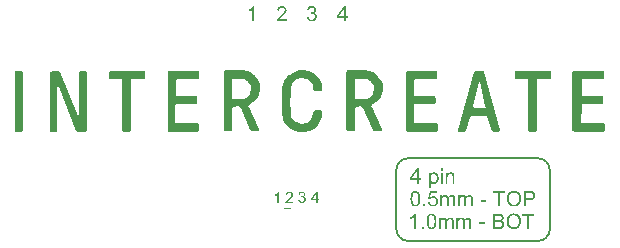
<source format=gto>
G04*
G04 #@! TF.GenerationSoftware,Altium Limited,Altium Designer,23.5.1 (21)*
G04*
G04 Layer_Color=65535*
%FSLAX44Y44*%
%MOMM*%
G71*
G04*
G04 #@! TF.SameCoordinates,34F56F4F-A135-4B17-BADB-48D754938E37*
G04*
G04*
G04 #@! TF.FilePolarity,Positive*
G04*
G01*
G75*
%ADD10C,0.2000*%
%ADD11C,0.1000*%
G36*
X485682Y158849D02*
X486144Y158618D01*
X486376Y157692D01*
Y153757D01*
Y153525D01*
X486144Y152831D01*
X485913Y152137D01*
X484987Y151905D01*
X475034D01*
X474803Y152137D01*
X474340D01*
X474108Y151905D01*
Y151674D01*
X473877Y151442D01*
Y151211D01*
Y150748D01*
Y149591D01*
Y147970D01*
Y146581D01*
Y145193D01*
Y143572D01*
Y141489D01*
Y139174D01*
Y136628D01*
Y133619D01*
Y130379D01*
Y108852D01*
Y108620D01*
X473645Y108157D01*
X473182Y107694D01*
X472256Y107463D01*
X468090D01*
X467627Y107694D01*
X467164Y108157D01*
X466932Y108852D01*
Y151442D01*
Y151674D01*
X466701Y151905D01*
X466470Y152137D01*
Y151905D01*
X456516D01*
X456053Y152137D01*
X455359Y152600D01*
X455127Y153757D01*
Y157692D01*
Y157923D01*
X455359Y158386D01*
X455822Y158849D01*
X456748Y159081D01*
X485219D01*
X485682Y158849D01*
D02*
G37*
G36*
X141948D02*
X142411Y158618D01*
X142643Y157692D01*
Y153757D01*
Y153525D01*
X142411Y152831D01*
X142180Y152137D01*
X141254Y151905D01*
X131301D01*
X130838Y152137D01*
X130375D01*
Y151905D01*
X130606Y151674D01*
Y151442D01*
Y151211D01*
Y150748D01*
Y149591D01*
Y147970D01*
Y146581D01*
Y145193D01*
Y143572D01*
Y141489D01*
Y139174D01*
Y136628D01*
Y133619D01*
Y130379D01*
Y108852D01*
Y108620D01*
X130375Y108157D01*
X129912Y107694D01*
X128986Y107463D01*
X124357D01*
X123894Y107694D01*
X123431Y108157D01*
X123199Y108852D01*
Y151442D01*
Y151674D01*
Y151905D01*
Y152137D01*
X122968D01*
X122736Y151905D01*
X113246D01*
X112552Y152137D01*
X111626Y152600D01*
X111394Y153757D01*
Y157692D01*
Y157923D01*
X111626Y158386D01*
X112320Y158849D01*
X113477Y159081D01*
X141485D01*
X141948Y158849D01*
D02*
G37*
G36*
X277590Y159312D02*
X279210Y159081D01*
X281062Y158618D01*
X282914Y157923D01*
X284997Y156998D01*
X286849Y155609D01*
X287080Y155377D01*
X287543Y154914D01*
X288469Y153988D01*
X289395Y153063D01*
X290321Y151442D01*
X291247Y149822D01*
X291710Y147739D01*
X292173Y145424D01*
Y143572D01*
Y143341D01*
X291941Y142878D01*
X291710Y142184D01*
X290784Y141952D01*
X286154D01*
X285691Y142184D01*
X284997Y142646D01*
X284765Y143572D01*
Y144498D01*
Y144730D01*
Y145193D01*
X284534Y145887D01*
X284303Y146813D01*
X283377Y148665D01*
X281756Y150516D01*
X281293Y150979D01*
X280136Y151674D01*
X278284Y152368D01*
X275970Y152831D01*
X274118D01*
X273192Y152600D01*
X271109Y151905D01*
X268794Y150516D01*
X268331Y150053D01*
X267405Y149128D01*
X266479Y147276D01*
X265785Y144961D01*
Y144730D01*
Y144498D01*
X265553Y143109D01*
Y140795D01*
Y138017D01*
X265322Y134545D01*
Y130841D01*
X265553Y126675D01*
X265785Y122508D01*
Y122277D01*
X266016Y121814D01*
Y121120D01*
X266248Y120194D01*
X267174Y118111D01*
X268794Y116259D01*
X269025D01*
X269257Y116027D01*
X270646Y115333D01*
X272729Y114407D01*
X275275Y114176D01*
X275970D01*
X276664Y114407D01*
X277358D01*
X279442Y115101D01*
X281525Y116259D01*
X281756D01*
X281988Y116722D01*
X282914Y117879D01*
X284071Y119962D01*
X284765Y122508D01*
Y123897D01*
Y124129D01*
X284997Y124823D01*
X285460Y125286D01*
X286386Y125518D01*
X291015D01*
X291478Y125286D01*
X291941Y124823D01*
X292173Y123897D01*
Y122046D01*
Y121814D01*
X291941Y121120D01*
X291710Y119731D01*
X291478Y118342D01*
X290784Y116722D01*
X289858Y114870D01*
X288701Y113018D01*
X287080Y111398D01*
X286849Y111166D01*
X286154Y110703D01*
X285228Y110009D01*
X283840Y109315D01*
X282219Y108389D01*
X280368Y107694D01*
X278053Y107232D01*
X275507Y107000D01*
X274349D01*
X273192Y107232D01*
X271572Y107463D01*
X269720Y108157D01*
X267637Y108852D01*
X265785Y110009D01*
X263702Y111398D01*
X263470Y111629D01*
X263007Y112092D01*
X262081Y113018D01*
X261155Y114407D01*
X260230Y116027D01*
X259304Y117648D01*
X258841Y119731D01*
X258378Y122046D01*
Y122277D01*
Y122508D01*
Y123203D01*
Y123897D01*
Y126212D01*
X258146Y129221D01*
Y132462D01*
Y136397D01*
Y140332D01*
X258378Y144498D01*
Y144730D01*
X258609Y145655D01*
X258841Y146813D01*
X259304Y148202D01*
X259998Y149822D01*
X260924Y151674D01*
X262081Y153525D01*
X263702Y155146D01*
X263933Y155377D01*
X264628Y155840D01*
X265553Y156535D01*
X267174Y157460D01*
X268794Y158155D01*
X270646Y158849D01*
X272960Y159312D01*
X275275Y159544D01*
X276432D01*
X277590Y159312D01*
D02*
G37*
G36*
X92182Y158849D02*
X92645Y158618D01*
X92877Y157692D01*
Y108852D01*
Y108620D01*
X92645Y108157D01*
X92414Y107694D01*
X91488Y107463D01*
X85007D01*
X84544Y107694D01*
X84081Y107926D01*
X83618Y108389D01*
X69035Y144961D01*
X69267D01*
X69035Y145193D01*
X68572D01*
X68109Y144961D01*
Y108389D01*
Y108157D01*
X67878Y107694D01*
X67415Y107232D01*
X66489Y107000D01*
X63017D01*
X62554Y107232D01*
X61860Y107694D01*
X61628Y108389D01*
Y157229D01*
Y157460D01*
X61860Y157923D01*
X62323Y158386D01*
X63249Y158618D01*
X69730D01*
X70193Y158155D01*
X70424Y157692D01*
X85238Y121120D01*
X85701Y120888D01*
X86396D01*
X86627Y121120D01*
Y157692D01*
Y157923D01*
X86858Y158386D01*
X87321Y158849D01*
X88016Y159081D01*
X91719D01*
X92182Y158849D01*
D02*
G37*
G36*
X329671Y159312D02*
X331291Y159081D01*
X332911Y158618D01*
X334995Y157923D01*
X336846Y156998D01*
X338467Y155609D01*
X338698Y155377D01*
X339161Y154914D01*
X339855Y153988D01*
X340781Y153063D01*
X341707Y151442D01*
X342633Y149822D01*
X343559Y147739D01*
X344022Y145424D01*
Y145193D01*
Y144498D01*
Y143572D01*
X343790Y142415D01*
X343096Y139637D01*
X341707Y136628D01*
Y136397D01*
X341244Y135934D01*
X340087Y134545D01*
X338004Y132462D01*
X335226Y130841D01*
X334763Y130610D01*
X334069Y129916D01*
X333606Y129221D01*
X333837Y128758D01*
X334069Y128295D01*
X342864Y109778D01*
Y109546D01*
Y109315D01*
X342633Y108620D01*
X341939Y107926D01*
X341707Y107694D01*
X341476D01*
X341013Y107926D01*
X336846D01*
X336152Y108157D01*
X335457Y108620D01*
X335226Y109315D01*
X326430Y127832D01*
X326199Y128064D01*
X325736Y128527D01*
X324810Y128990D01*
X320875Y128295D01*
X320643Y128064D01*
X320180Y127832D01*
X319949D01*
Y109315D01*
Y109083D01*
X319718Y108620D01*
X319486Y108157D01*
X318560Y107926D01*
X313931D01*
X313468Y108157D01*
X313005Y108620D01*
X312773Y109315D01*
Y158155D01*
Y158386D01*
X313005Y158849D01*
X313468Y159312D01*
X314162Y159544D01*
X328513D01*
X329671Y159312D01*
D02*
G37*
G36*
X226203D02*
X227592Y159081D01*
X229213Y158618D01*
X231064Y157923D01*
X232916Y156998D01*
X234768Y155609D01*
X234999Y155377D01*
X235462Y154914D01*
X236157Y153988D01*
X237083Y153063D01*
X238008Y151442D01*
X238934Y149822D01*
X239629Y147739D01*
X239860Y145424D01*
Y145193D01*
Y144498D01*
Y143572D01*
Y142415D01*
X239166Y139637D01*
X238703Y138249D01*
X237777Y136628D01*
Y136397D01*
X237314Y135934D01*
X236157Y134545D01*
X234074Y132462D01*
X231064Y130841D01*
X230833Y130610D01*
X230138Y129916D01*
X229676Y129221D01*
Y128758D01*
X230138Y128295D01*
X238934Y109778D01*
X239166Y109546D01*
Y109315D01*
Y108620D01*
X238471Y107926D01*
X238240Y107694D01*
X238008D01*
X237546Y107926D01*
X233379D01*
X232685Y108157D01*
X231990Y108620D01*
X231527Y109315D01*
X223194Y127832D01*
X222963Y128064D01*
X221806Y128990D01*
X216945Y128295D01*
X216713Y128064D01*
X216250Y127832D01*
X216019D01*
Y109315D01*
Y109083D01*
X215787Y108620D01*
X215556Y108157D01*
X214630Y107926D01*
X210464D01*
X210001Y108157D01*
X209306Y108620D01*
X209075Y109315D01*
Y158155D01*
Y158386D01*
X209306Y158849D01*
X209769Y159312D01*
X210695Y159544D01*
X225046D01*
X226203Y159312D01*
D02*
G37*
G36*
X530124Y158849D02*
X530587Y158618D01*
X530818Y157692D01*
Y153757D01*
Y153525D01*
X530587Y152831D01*
X530355Y152137D01*
X529430Y151905D01*
X512069D01*
X511838Y151674D01*
Y151442D01*
Y138249D01*
X512069Y138017D01*
X512301Y137786D01*
Y137554D01*
X529198D01*
X529661Y137323D01*
X530124Y137091D01*
X530355Y136165D01*
Y132230D01*
Y131999D01*
X530124Y131536D01*
X529892Y131073D01*
X528966Y130841D01*
X512301D01*
X512069Y130610D01*
X511838Y130379D01*
X511375Y115101D01*
Y114870D01*
Y114639D01*
X511606Y114407D01*
X511838D01*
X512069Y114639D01*
X530124D01*
X531050Y114407D01*
X531744Y114176D01*
X531976Y113250D01*
Y108852D01*
Y108620D01*
X531744Y108157D01*
X531050Y107694D01*
X529892Y107463D01*
X505820D01*
X505125Y107694D01*
X504199Y108157D01*
X503968Y108852D01*
Y157692D01*
Y157923D01*
X504199Y158386D01*
X504894Y158849D01*
X506051Y159081D01*
X529661D01*
X530124Y158849D01*
D02*
G37*
G36*
X428971Y158618D02*
X429434Y158155D01*
X443091Y108852D01*
Y108620D01*
X442860Y108389D01*
X442397Y107926D01*
X441471Y107463D01*
X437536D01*
X437073Y107694D01*
X436379Y107926D01*
X435684Y108389D01*
X432212Y119499D01*
Y119731D01*
X431981Y120194D01*
X431518Y120425D01*
X430823Y120657D01*
X418555D01*
X418324Y120425D01*
X417861Y120194D01*
X417166Y119499D01*
X414157Y108389D01*
Y108157D01*
X413926Y107926D01*
X413694Y107694D01*
X412769Y107463D01*
X408139D01*
X407676Y107926D01*
X407213Y108157D01*
X406982Y108852D01*
X421101Y158155D01*
Y158386D01*
X421333Y158618D01*
X421796Y158849D01*
X422490Y159081D01*
X428508D01*
X428971Y158618D01*
D02*
G37*
G36*
X389159Y158849D02*
X389622Y158618D01*
X389853Y157692D01*
Y153757D01*
Y153525D01*
X389622Y152831D01*
X389159Y152137D01*
X388233Y151905D01*
X370872D01*
X369715Y151442D01*
Y138249D01*
Y138017D01*
Y137786D01*
X369947Y137554D01*
X387075D01*
X387538Y137323D01*
X388001Y137091D01*
X388233Y136165D01*
Y132230D01*
Y131999D01*
X388001Y131536D01*
X387770Y131073D01*
X386844Y130841D01*
X369947D01*
X369715Y130610D01*
Y130379D01*
Y115101D01*
X370872D01*
Y114870D01*
Y114639D01*
Y114407D01*
X371104D01*
X371335Y114639D01*
X389159D01*
X389622Y114407D01*
X390084Y114176D01*
X390316Y113250D01*
Y108852D01*
Y108620D01*
X390084Y108157D01*
X389853Y107694D01*
X388927Y107463D01*
X364160D01*
X363697Y107694D01*
X363234Y108157D01*
X363002Y108852D01*
Y157692D01*
Y157923D01*
X363234Y158386D01*
X363697Y158849D01*
X364391Y159081D01*
X388464D01*
X389159Y158849D01*
D02*
G37*
G36*
X187548D02*
X188011Y158618D01*
X188242Y157692D01*
Y153757D01*
Y153525D01*
X188011Y152831D01*
X187548Y152137D01*
X186622Y151905D01*
X169030D01*
X168104Y151442D01*
Y138249D01*
Y138017D01*
Y137786D01*
X168336Y137554D01*
X185465D01*
X185928Y137323D01*
X186391Y137091D01*
X186622Y136165D01*
Y132230D01*
Y131999D01*
X186391Y131536D01*
X186159Y131073D01*
X185233Y130841D01*
X168567D01*
X167642Y130379D01*
Y115101D01*
X168567D01*
Y114870D01*
Y114639D01*
Y114407D01*
X168799D01*
X169030Y114639D01*
X186854D01*
X187548Y114407D01*
X188011Y114176D01*
X188242Y113250D01*
Y108852D01*
Y108620D01*
X188011Y108157D01*
X187548Y107694D01*
X186622Y107463D01*
X162549D01*
X162086Y107694D01*
X161623Y108157D01*
X161392Y108852D01*
Y157692D01*
Y157923D01*
X161623Y158386D01*
X162086Y158849D01*
X162781Y159081D01*
X186854D01*
X187548Y158849D01*
D02*
G37*
G36*
X38018D02*
X38481Y158618D01*
X38713Y157692D01*
Y108852D01*
Y108620D01*
X38481Y108157D01*
X38250Y107694D01*
X37324Y107463D01*
X33157D01*
X32463Y107694D01*
X32000Y108157D01*
Y108852D01*
Y157692D01*
Y157923D01*
Y158386D01*
X32463Y158849D01*
X33389Y159081D01*
X37555D01*
X38018Y158849D01*
D02*
G37*
G36*
X264625Y56625D02*
X264722Y56618D01*
X264840Y56611D01*
X264972Y56590D01*
X265124Y56569D01*
X265284Y56535D01*
X265457Y56493D01*
X265630Y56444D01*
X265818Y56382D01*
X265998Y56306D01*
X266178Y56216D01*
X266352Y56118D01*
X266518Y56001D01*
X266677Y55862D01*
X266684Y55855D01*
X266712Y55827D01*
X266754Y55786D01*
X266802Y55723D01*
X266865Y55654D01*
X266934Y55564D01*
X267010Y55460D01*
X267087Y55342D01*
X267156Y55210D01*
X267232Y55065D01*
X267302Y54905D01*
X267364Y54739D01*
X267412Y54558D01*
X267454Y54371D01*
X267482Y54170D01*
X267489Y53962D01*
Y53955D01*
Y53934D01*
Y53906D01*
Y53865D01*
X267482Y53809D01*
X267475Y53754D01*
X267468Y53685D01*
X267461Y53608D01*
X267433Y53435D01*
X267392Y53241D01*
X267329Y53040D01*
X267253Y52832D01*
Y52825D01*
X267239Y52804D01*
X267225Y52776D01*
X267204Y52735D01*
X267184Y52686D01*
X267149Y52624D01*
X267114Y52554D01*
X267066Y52478D01*
X267017Y52395D01*
X266962Y52305D01*
X266823Y52104D01*
X266747Y52000D01*
X266664Y51889D01*
X266567Y51778D01*
X266469Y51660D01*
X266462Y51653D01*
X266442Y51632D01*
X266414Y51597D01*
X266365Y51549D01*
X266303Y51486D01*
X266227Y51410D01*
X266143Y51320D01*
X266040Y51216D01*
X265922Y51105D01*
X265783Y50980D01*
X265637Y50842D01*
X265471Y50689D01*
X265291Y50529D01*
X265096Y50356D01*
X264881Y50169D01*
X264653Y49975D01*
X264639Y49968D01*
X264604Y49933D01*
X264556Y49892D01*
X264486Y49829D01*
X264396Y49760D01*
X264306Y49677D01*
X264202Y49587D01*
X264091Y49489D01*
X263855Y49288D01*
X263744Y49184D01*
X263633Y49087D01*
X263529Y48990D01*
X263439Y48907D01*
X263356Y48831D01*
X263293Y48761D01*
X263280Y48747D01*
X263245Y48706D01*
X263190Y48643D01*
X263120Y48567D01*
X263044Y48470D01*
X262961Y48366D01*
X262878Y48248D01*
X262801Y48130D01*
X267503D01*
Y47000D01*
X261165D01*
Y47007D01*
Y47021D01*
Y47042D01*
Y47069D01*
Y47111D01*
X261172Y47153D01*
X261179Y47263D01*
X261192Y47381D01*
X261213Y47520D01*
X261248Y47666D01*
X261297Y47811D01*
Y47818D01*
X261310Y47839D01*
X261324Y47874D01*
X261345Y47922D01*
X261366Y47985D01*
X261401Y48054D01*
X261442Y48130D01*
X261484Y48214D01*
X261532Y48311D01*
X261595Y48408D01*
X261726Y48623D01*
X261886Y48851D01*
X262073Y49087D01*
X262080Y49094D01*
X262101Y49115D01*
X262129Y49150D01*
X262170Y49198D01*
X262226Y49261D01*
X262295Y49330D01*
X262371Y49413D01*
X262468Y49503D01*
X262572Y49607D01*
X262683Y49718D01*
X262808Y49836D01*
X262947Y49968D01*
X263099Y50100D01*
X263259Y50238D01*
X263432Y50384D01*
X263612Y50536D01*
X263619Y50543D01*
X263633Y50550D01*
X263654Y50571D01*
X263682Y50592D01*
X263717Y50627D01*
X263758Y50661D01*
X263862Y50751D01*
X263994Y50855D01*
X264133Y50987D01*
X264292Y51126D01*
X264459Y51278D01*
X264639Y51438D01*
X264812Y51604D01*
X264992Y51771D01*
X265159Y51944D01*
X265325Y52111D01*
X265471Y52270D01*
X265610Y52429D01*
X265721Y52575D01*
X265727Y52582D01*
X265741Y52610D01*
X265769Y52651D01*
X265811Y52700D01*
X265852Y52769D01*
X265894Y52846D01*
X265949Y52936D01*
X265998Y53033D01*
X266046Y53137D01*
X266102Y53248D01*
X266192Y53490D01*
X266227Y53615D01*
X266254Y53740D01*
X266268Y53865D01*
X266275Y53990D01*
Y53997D01*
Y54024D01*
Y54059D01*
X266268Y54108D01*
X266261Y54170D01*
X266248Y54239D01*
X266234Y54316D01*
X266213Y54399D01*
X266185Y54489D01*
X266150Y54586D01*
X266109Y54683D01*
X266060Y54780D01*
X266005Y54884D01*
X265935Y54981D01*
X265859Y55078D01*
X265769Y55168D01*
X265762Y55175D01*
X265748Y55189D01*
X265721Y55210D01*
X265679Y55245D01*
X265630Y55279D01*
X265568Y55321D01*
X265499Y55370D01*
X265422Y55411D01*
X265332Y55460D01*
X265235Y55501D01*
X265124Y55543D01*
X265013Y55578D01*
X264888Y55612D01*
X264757Y55633D01*
X264618Y55647D01*
X264472Y55654D01*
X264389D01*
X264334Y55647D01*
X264257Y55640D01*
X264174Y55626D01*
X264084Y55612D01*
X263980Y55592D01*
X263876Y55564D01*
X263765Y55529D01*
X263654Y55487D01*
X263536Y55439D01*
X263425Y55377D01*
X263314Y55307D01*
X263203Y55231D01*
X263106Y55141D01*
X263099Y55134D01*
X263085Y55120D01*
X263058Y55085D01*
X263030Y55051D01*
X262988Y54995D01*
X262947Y54933D01*
X262898Y54857D01*
X262857Y54773D01*
X262808Y54683D01*
X262760Y54572D01*
X262718Y54461D01*
X262676Y54336D01*
X262649Y54198D01*
X262621Y54052D01*
X262607Y53899D01*
X262600Y53733D01*
X261387Y53858D01*
Y53865D01*
Y53872D01*
X261394Y53893D01*
Y53920D01*
X261401Y53990D01*
X261421Y54080D01*
X261442Y54191D01*
X261470Y54323D01*
X261504Y54468D01*
X261546Y54621D01*
X261602Y54787D01*
X261664Y54953D01*
X261740Y55127D01*
X261830Y55300D01*
X261928Y55467D01*
X262045Y55626D01*
X262170Y55779D01*
X262316Y55917D01*
X262323Y55924D01*
X262351Y55945D01*
X262399Y55987D01*
X262461Y56028D01*
X262545Y56084D01*
X262642Y56146D01*
X262760Y56209D01*
X262891Y56278D01*
X263044Y56340D01*
X263203Y56403D01*
X263384Y56465D01*
X263578Y56521D01*
X263786Y56569D01*
X264008Y56604D01*
X264244Y56625D01*
X264493Y56632D01*
X264556D01*
X264625Y56625D01*
D02*
G37*
G36*
X275237Y56798D02*
X275307D01*
X275390Y56784D01*
X275480Y56777D01*
X275577Y56763D01*
X275688Y56743D01*
X275799Y56722D01*
X276042Y56659D01*
X276173Y56625D01*
X276298Y56576D01*
X276423Y56528D01*
X276548Y56465D01*
X276555Y56458D01*
X276576Y56451D01*
X276610Y56431D01*
X276659Y56403D01*
X276714Y56368D01*
X276777Y56326D01*
X276846Y56278D01*
X276922Y56223D01*
X277089Y56091D01*
X277255Y55931D01*
X277415Y55751D01*
X277491Y55647D01*
X277560Y55543D01*
X277567Y55536D01*
X277574Y55515D01*
X277595Y55487D01*
X277616Y55439D01*
X277644Y55390D01*
X277671Y55321D01*
X277706Y55252D01*
X277741Y55168D01*
X277768Y55078D01*
X277803Y54988D01*
X277859Y54780D01*
X277900Y54551D01*
X277907Y54433D01*
X277914Y54309D01*
Y54302D01*
Y54281D01*
Y54246D01*
X277907Y54205D01*
Y54149D01*
X277893Y54087D01*
X277886Y54011D01*
X277872Y53934D01*
X277831Y53754D01*
X277768Y53567D01*
X277734Y53470D01*
X277685Y53366D01*
X277637Y53268D01*
X277574Y53171D01*
X277567Y53165D01*
X277560Y53151D01*
X277540Y53123D01*
X277512Y53088D01*
X277477Y53047D01*
X277435Y52998D01*
X277387Y52943D01*
X277325Y52880D01*
X277262Y52818D01*
X277186Y52755D01*
X277110Y52686D01*
X277020Y52617D01*
X276922Y52554D01*
X276818Y52485D01*
X276707Y52423D01*
X276590Y52367D01*
X276597D01*
X276624Y52360D01*
X276673Y52346D01*
X276728Y52326D01*
X276805Y52305D01*
X276888Y52270D01*
X276978Y52235D01*
X277075Y52187D01*
X277179Y52138D01*
X277290Y52076D01*
X277401Y52013D01*
X277512Y51937D01*
X277616Y51854D01*
X277720Y51764D01*
X277824Y51660D01*
X277914Y51549D01*
X277921Y51542D01*
X277935Y51521D01*
X277956Y51486D01*
X277990Y51438D01*
X278025Y51375D01*
X278067Y51306D01*
X278108Y51223D01*
X278150Y51126D01*
X278191Y51015D01*
X278240Y50897D01*
X278275Y50772D01*
X278309Y50634D01*
X278344Y50488D01*
X278365Y50335D01*
X278379Y50176D01*
X278386Y50002D01*
Y49989D01*
Y49947D01*
X278379Y49878D01*
X278372Y49795D01*
X278358Y49683D01*
X278337Y49559D01*
X278309Y49420D01*
X278268Y49268D01*
X278219Y49101D01*
X278164Y48935D01*
X278087Y48754D01*
X277997Y48574D01*
X277893Y48394D01*
X277768Y48214D01*
X277623Y48040D01*
X277463Y47874D01*
X277449Y47867D01*
X277422Y47839D01*
X277373Y47790D01*
X277297Y47735D01*
X277207Y47673D01*
X277103Y47596D01*
X276971Y47520D01*
X276832Y47437D01*
X276673Y47354D01*
X276493Y47277D01*
X276305Y47201D01*
X276097Y47139D01*
X275882Y47083D01*
X275646Y47035D01*
X275404Y47007D01*
X275147Y47000D01*
X275092D01*
X275022Y47007D01*
X274939Y47014D01*
X274828Y47021D01*
X274704Y47042D01*
X274565Y47062D01*
X274412Y47097D01*
X274253Y47132D01*
X274079Y47180D01*
X273906Y47243D01*
X273726Y47319D01*
X273552Y47402D01*
X273379Y47499D01*
X273206Y47617D01*
X273046Y47749D01*
X273039Y47756D01*
X273011Y47784D01*
X272970Y47825D01*
X272914Y47888D01*
X272852Y47964D01*
X272776Y48054D01*
X272700Y48158D01*
X272616Y48276D01*
X272533Y48408D01*
X272450Y48560D01*
X272374Y48720D01*
X272297Y48893D01*
X272235Y49080D01*
X272173Y49274D01*
X272131Y49482D01*
X272103Y49704D01*
X273282Y49864D01*
Y49850D01*
X273289Y49822D01*
X273303Y49767D01*
X273324Y49697D01*
X273344Y49614D01*
X273372Y49524D01*
X273407Y49420D01*
X273441Y49309D01*
X273538Y49066D01*
X273656Y48831D01*
X273726Y48713D01*
X273802Y48602D01*
X273878Y48505D01*
X273968Y48415D01*
X273975Y48408D01*
X273989Y48394D01*
X274017Y48373D01*
X274059Y48345D01*
X274100Y48311D01*
X274163Y48276D01*
X274225Y48234D01*
X274301Y48200D01*
X274384Y48158D01*
X274475Y48116D01*
X274572Y48082D01*
X274676Y48047D01*
X274787Y48019D01*
X274905Y47998D01*
X275022Y47985D01*
X275154Y47978D01*
X275189D01*
X275237Y47985D01*
X275293D01*
X275369Y47998D01*
X275452Y48005D01*
X275543Y48026D01*
X275646Y48047D01*
X275751Y48082D01*
X275868Y48116D01*
X275986Y48165D01*
X276104Y48220D01*
X276222Y48290D01*
X276340Y48366D01*
X276451Y48449D01*
X276562Y48553D01*
X276569Y48560D01*
X276590Y48581D01*
X276617Y48609D01*
X276652Y48657D01*
X276694Y48713D01*
X276742Y48782D01*
X276798Y48858D01*
X276853Y48948D01*
X276902Y49046D01*
X276957Y49156D01*
X277006Y49268D01*
X277047Y49399D01*
X277082Y49531D01*
X277110Y49670D01*
X277130Y49822D01*
X277137Y49975D01*
Y49982D01*
Y50009D01*
Y50051D01*
X277130Y50114D01*
X277124Y50176D01*
X277110Y50259D01*
X277096Y50349D01*
X277068Y50446D01*
X277040Y50550D01*
X277006Y50661D01*
X276964Y50772D01*
X276915Y50883D01*
X276853Y50994D01*
X276777Y51105D01*
X276700Y51209D01*
X276603Y51313D01*
X276597Y51320D01*
X276583Y51334D01*
X276548Y51362D01*
X276506Y51396D01*
X276458Y51438D01*
X276395Y51480D01*
X276319Y51528D01*
X276236Y51577D01*
X276146Y51625D01*
X276042Y51674D01*
X275931Y51715D01*
X275813Y51757D01*
X275688Y51792D01*
X275549Y51819D01*
X275411Y51833D01*
X275258Y51840D01*
X275196D01*
X275126Y51833D01*
X275029Y51826D01*
X274905Y51812D01*
X274766Y51785D01*
X274606Y51757D01*
X274426Y51715D01*
X274558Y52748D01*
X274579D01*
X274599Y52741D01*
X274627D01*
X274690Y52735D01*
X274821D01*
X274870Y52741D01*
X274939Y52748D01*
X275016Y52755D01*
X275099Y52769D01*
X275196Y52783D01*
X275300Y52804D01*
X275404Y52832D01*
X275633Y52901D01*
X275751Y52943D01*
X275868Y52998D01*
X275986Y53054D01*
X276097Y53123D01*
X276104Y53130D01*
X276125Y53144D01*
X276153Y53165D01*
X276194Y53199D01*
X276236Y53241D01*
X276291Y53289D01*
X276340Y53352D01*
X276402Y53421D01*
X276458Y53504D01*
X276513Y53594D01*
X276562Y53692D01*
X276603Y53802D01*
X276645Y53920D01*
X276673Y54052D01*
X276694Y54191D01*
X276700Y54336D01*
Y54343D01*
Y54364D01*
Y54399D01*
X276694Y54447D01*
X276687Y54496D01*
X276680Y54565D01*
X276666Y54635D01*
X276645Y54711D01*
X276590Y54877D01*
X276555Y54967D01*
X276513Y55058D01*
X276465Y55148D01*
X276402Y55238D01*
X276333Y55321D01*
X276257Y55404D01*
X276250Y55411D01*
X276236Y55425D01*
X276215Y55446D01*
X276180Y55474D01*
X276132Y55501D01*
X276083Y55543D01*
X276021Y55578D01*
X275952Y55619D01*
X275875Y55661D01*
X275792Y55696D01*
X275695Y55737D01*
X275598Y55765D01*
X275487Y55793D01*
X275376Y55813D01*
X275251Y55827D01*
X275126Y55834D01*
X275057D01*
X275016Y55827D01*
X274953Y55820D01*
X274884Y55813D01*
X274807Y55799D01*
X274724Y55779D01*
X274544Y55730D01*
X274454Y55696D01*
X274357Y55647D01*
X274260Y55598D01*
X274163Y55543D01*
X274072Y55474D01*
X273982Y55397D01*
X273975Y55390D01*
X273962Y55377D01*
X273941Y55349D01*
X273906Y55314D01*
X273871Y55272D01*
X273830Y55217D01*
X273788Y55148D01*
X273740Y55078D01*
X273691Y54988D01*
X273643Y54891D01*
X273587Y54787D01*
X273545Y54669D01*
X273497Y54544D01*
X273462Y54413D01*
X273428Y54267D01*
X273400Y54108D01*
X272221Y54316D01*
Y54323D01*
Y54330D01*
X272235Y54371D01*
X272249Y54426D01*
X272270Y54510D01*
X272297Y54614D01*
X272332Y54725D01*
X272374Y54850D01*
X272422Y54988D01*
X272484Y55134D01*
X272554Y55286D01*
X272637Y55439D01*
X272727Y55592D01*
X272824Y55744D01*
X272935Y55890D01*
X273060Y56028D01*
X273199Y56153D01*
X273206Y56160D01*
X273233Y56181D01*
X273275Y56216D01*
X273337Y56257D01*
X273414Y56306D01*
X273504Y56361D01*
X273608Y56417D01*
X273726Y56479D01*
X273857Y56542D01*
X274003Y56597D01*
X274156Y56652D01*
X274322Y56701D01*
X274502Y56743D01*
X274697Y56777D01*
X274898Y56798D01*
X275106Y56805D01*
X275182D01*
X275237Y56798D01*
D02*
G37*
G36*
X288339Y50377D02*
X289636D01*
Y49295D01*
X288339D01*
Y47000D01*
X287160D01*
Y49295D01*
X283000D01*
Y50377D01*
X287375Y56597D01*
X288339D01*
Y50377D01*
D02*
G37*
G36*
X312119Y205503D02*
X313848D01*
Y204060D01*
X312119D01*
Y201000D01*
X310547D01*
Y204060D01*
X305000D01*
Y205503D01*
X310834Y213796D01*
X312119D01*
Y205503D01*
D02*
G37*
G36*
X283548Y213925D02*
X283640D01*
X283751Y213907D01*
X283871Y213898D01*
X284001Y213879D01*
X284149Y213851D01*
X284297Y213824D01*
X284620Y213740D01*
X284796Y213694D01*
X284962Y213629D01*
X285129Y213565D01*
X285295Y213482D01*
X285305Y213472D01*
X285332Y213463D01*
X285378Y213435D01*
X285443Y213398D01*
X285517Y213352D01*
X285600Y213297D01*
X285693Y213232D01*
X285795Y213158D01*
X286016Y212982D01*
X286238Y212770D01*
X286451Y212529D01*
X286553Y212391D01*
X286645Y212252D01*
X286654Y212243D01*
X286664Y212215D01*
X286691Y212178D01*
X286719Y212113D01*
X286756Y212048D01*
X286793Y211956D01*
X286839Y211864D01*
X286886Y211753D01*
X286922Y211632D01*
X286969Y211512D01*
X287043Y211235D01*
X287098Y210930D01*
X287107Y210773D01*
X287117Y210606D01*
Y210597D01*
Y210569D01*
Y210523D01*
X287107Y210467D01*
Y210394D01*
X287089Y210310D01*
X287080Y210209D01*
X287061Y210107D01*
X287006Y209867D01*
X286922Y209617D01*
X286876Y209487D01*
X286812Y209349D01*
X286747Y209219D01*
X286664Y209090D01*
X286654Y209081D01*
X286645Y209062D01*
X286617Y209025D01*
X286580Y208979D01*
X286534Y208923D01*
X286479Y208859D01*
X286414Y208785D01*
X286331Y208702D01*
X286248Y208618D01*
X286146Y208535D01*
X286044Y208443D01*
X285924Y208350D01*
X285795Y208267D01*
X285656Y208175D01*
X285508Y208091D01*
X285351Y208017D01*
X285360D01*
X285397Y208008D01*
X285462Y207990D01*
X285536Y207962D01*
X285637Y207934D01*
X285748Y207888D01*
X285868Y207842D01*
X285998Y207777D01*
X286137Y207712D01*
X286285Y207629D01*
X286432Y207546D01*
X286580Y207444D01*
X286719Y207333D01*
X286858Y207213D01*
X286996Y207074D01*
X287117Y206926D01*
X287126Y206917D01*
X287144Y206889D01*
X287172Y206843D01*
X287218Y206779D01*
X287264Y206695D01*
X287320Y206603D01*
X287376Y206492D01*
X287431Y206362D01*
X287486Y206215D01*
X287551Y206057D01*
X287597Y205891D01*
X287644Y205706D01*
X287690Y205512D01*
X287718Y205308D01*
X287736Y205096D01*
X287745Y204865D01*
Y204846D01*
Y204791D01*
X287736Y204698D01*
X287727Y204587D01*
X287708Y204439D01*
X287681Y204273D01*
X287644Y204088D01*
X287588Y203885D01*
X287523Y203663D01*
X287449Y203441D01*
X287348Y203200D01*
X287227Y202960D01*
X287089Y202720D01*
X286922Y202479D01*
X286728Y202248D01*
X286516Y202026D01*
X286497Y202017D01*
X286460Y201980D01*
X286395Y201915D01*
X286294Y201841D01*
X286173Y201758D01*
X286035Y201656D01*
X285859Y201555D01*
X285674Y201444D01*
X285462Y201333D01*
X285221Y201231D01*
X284972Y201129D01*
X284694Y201046D01*
X284408Y200972D01*
X284093Y200907D01*
X283770Y200870D01*
X283428Y200861D01*
X283354D01*
X283261Y200870D01*
X283150Y200880D01*
X283002Y200889D01*
X282836Y200917D01*
X282651Y200944D01*
X282448Y200991D01*
X282235Y201037D01*
X282004Y201102D01*
X281773Y201185D01*
X281532Y201287D01*
X281301Y201397D01*
X281070Y201527D01*
X280839Y201684D01*
X280626Y201860D01*
X280617Y201869D01*
X280580Y201906D01*
X280525Y201961D01*
X280450Y202045D01*
X280367Y202146D01*
X280266Y202267D01*
X280164Y202405D01*
X280053Y202563D01*
X279942Y202738D01*
X279831Y202942D01*
X279729Y203154D01*
X279628Y203385D01*
X279544Y203635D01*
X279461Y203894D01*
X279406Y204171D01*
X279369Y204467D01*
X280940Y204680D01*
Y204661D01*
X280950Y204624D01*
X280968Y204550D01*
X280996Y204458D01*
X281024Y204347D01*
X281061Y204227D01*
X281107Y204088D01*
X281153Y203940D01*
X281283Y203617D01*
X281440Y203302D01*
X281532Y203145D01*
X281634Y202997D01*
X281736Y202868D01*
X281856Y202747D01*
X281865Y202738D01*
X281884Y202720D01*
X281921Y202692D01*
X281976Y202655D01*
X282031Y202609D01*
X282115Y202563D01*
X282198Y202507D01*
X282300Y202461D01*
X282411Y202405D01*
X282531Y202350D01*
X282660Y202304D01*
X282799Y202257D01*
X282947Y202220D01*
X283104Y202193D01*
X283261Y202174D01*
X283437Y202165D01*
X283483D01*
X283548Y202174D01*
X283622D01*
X283724Y202193D01*
X283834Y202202D01*
X283955Y202230D01*
X284093Y202257D01*
X284232Y202304D01*
X284389Y202350D01*
X284546Y202415D01*
X284704Y202488D01*
X284861Y202581D01*
X285018Y202683D01*
X285166Y202794D01*
X285314Y202932D01*
X285323Y202942D01*
X285351Y202969D01*
X285388Y203006D01*
X285434Y203071D01*
X285489Y203145D01*
X285554Y203237D01*
X285628Y203339D01*
X285702Y203459D01*
X285767Y203589D01*
X285841Y203737D01*
X285905Y203885D01*
X285961Y204060D01*
X286007Y204236D01*
X286044Y204421D01*
X286072Y204624D01*
X286081Y204828D01*
Y204837D01*
Y204874D01*
Y204929D01*
X286072Y205013D01*
X286063Y205096D01*
X286044Y205207D01*
X286026Y205327D01*
X285989Y205456D01*
X285952Y205595D01*
X285905Y205743D01*
X285850Y205891D01*
X285785Y206039D01*
X285702Y206187D01*
X285600Y206335D01*
X285499Y206473D01*
X285369Y206612D01*
X285360Y206621D01*
X285341Y206640D01*
X285295Y206677D01*
X285240Y206723D01*
X285175Y206779D01*
X285092Y206834D01*
X284990Y206899D01*
X284879Y206963D01*
X284759Y207028D01*
X284620Y207093D01*
X284472Y207148D01*
X284315Y207204D01*
X284149Y207250D01*
X283964Y207287D01*
X283779Y207306D01*
X283575Y207315D01*
X283492D01*
X283400Y207306D01*
X283270Y207296D01*
X283104Y207278D01*
X282919Y207241D01*
X282706Y207204D01*
X282466Y207148D01*
X282642Y208526D01*
X282670D01*
X282697Y208517D01*
X282734D01*
X282817Y208507D01*
X282993D01*
X283058Y208517D01*
X283150Y208526D01*
X283252Y208535D01*
X283363Y208554D01*
X283492Y208572D01*
X283631Y208600D01*
X283770Y208637D01*
X284075Y208729D01*
X284232Y208785D01*
X284389Y208859D01*
X284546Y208933D01*
X284694Y209025D01*
X284704Y209034D01*
X284731Y209053D01*
X284768Y209081D01*
X284824Y209127D01*
X284879Y209182D01*
X284953Y209247D01*
X285018Y209330D01*
X285101Y209423D01*
X285175Y209534D01*
X285249Y209654D01*
X285314Y209783D01*
X285369Y209931D01*
X285425Y210088D01*
X285462Y210264D01*
X285489Y210449D01*
X285499Y210643D01*
Y210652D01*
Y210680D01*
Y210726D01*
X285489Y210791D01*
X285480Y210856D01*
X285471Y210948D01*
X285452Y211041D01*
X285425Y211142D01*
X285351Y211364D01*
X285305Y211485D01*
X285249Y211605D01*
X285184Y211725D01*
X285101Y211845D01*
X285009Y211956D01*
X284907Y212067D01*
X284898Y212076D01*
X284879Y212095D01*
X284851Y212122D01*
X284805Y212159D01*
X284741Y212196D01*
X284676Y212252D01*
X284592Y212298D01*
X284500Y212354D01*
X284398Y212409D01*
X284287Y212455D01*
X284158Y212511D01*
X284029Y212548D01*
X283881Y212585D01*
X283733Y212612D01*
X283566Y212631D01*
X283400Y212640D01*
X283307D01*
X283252Y212631D01*
X283169Y212622D01*
X283076Y212612D01*
X282975Y212594D01*
X282864Y212566D01*
X282623Y212502D01*
X282503Y212455D01*
X282374Y212391D01*
X282244Y212326D01*
X282115Y212252D01*
X281994Y212159D01*
X281874Y212058D01*
X281865Y212048D01*
X281847Y212030D01*
X281819Y211993D01*
X281773Y211947D01*
X281726Y211891D01*
X281671Y211817D01*
X281616Y211725D01*
X281551Y211632D01*
X281486Y211512D01*
X281421Y211383D01*
X281347Y211244D01*
X281292Y211087D01*
X281227Y210921D01*
X281181Y210745D01*
X281135Y210551D01*
X281098Y210338D01*
X279526Y210615D01*
Y210625D01*
Y210634D01*
X279544Y210689D01*
X279563Y210763D01*
X279591Y210874D01*
X279628Y211013D01*
X279674Y211161D01*
X279729Y211327D01*
X279794Y211512D01*
X279877Y211706D01*
X279970Y211910D01*
X280081Y212113D01*
X280201Y212317D01*
X280330Y212520D01*
X280478Y212714D01*
X280645Y212899D01*
X280830Y213065D01*
X280839Y213075D01*
X280876Y213102D01*
X280931Y213149D01*
X281014Y213204D01*
X281116Y213269D01*
X281236Y213343D01*
X281375Y213417D01*
X281532Y213500D01*
X281708Y213583D01*
X281902Y213657D01*
X282106Y213731D01*
X282327Y213796D01*
X282568Y213851D01*
X282827Y213898D01*
X283095Y213925D01*
X283372Y213935D01*
X283474D01*
X283548Y213925D01*
D02*
G37*
G36*
X258323Y213810D02*
X258453Y213801D01*
X258610Y213791D01*
X258786Y213764D01*
X258989Y213736D01*
X259202Y213690D01*
X259433Y213634D01*
X259664Y213569D01*
X259914Y213486D01*
X260154Y213384D01*
X260394Y213264D01*
X260625Y213135D01*
X260847Y212978D01*
X261060Y212793D01*
X261069Y212784D01*
X261106Y212747D01*
X261162Y212691D01*
X261227Y212608D01*
X261310Y212515D01*
X261402Y212395D01*
X261504Y212257D01*
X261606Y212099D01*
X261698Y211924D01*
X261800Y211730D01*
X261892Y211517D01*
X261975Y211295D01*
X262040Y211055D01*
X262096Y210805D01*
X262133Y210537D01*
X262142Y210259D01*
Y210250D01*
Y210222D01*
Y210186D01*
Y210130D01*
X262133Y210056D01*
X262123Y209982D01*
X262114Y209890D01*
X262105Y209788D01*
X262068Y209557D01*
X262012Y209298D01*
X261929Y209030D01*
X261828Y208752D01*
Y208743D01*
X261809Y208715D01*
X261791Y208678D01*
X261763Y208623D01*
X261735Y208558D01*
X261689Y208475D01*
X261643Y208383D01*
X261578Y208281D01*
X261513Y208170D01*
X261439Y208050D01*
X261254Y207782D01*
X261152Y207643D01*
X261042Y207495D01*
X260912Y207347D01*
X260783Y207190D01*
X260774Y207181D01*
X260746Y207153D01*
X260709Y207107D01*
X260644Y207042D01*
X260561Y206959D01*
X260459Y206857D01*
X260348Y206737D01*
X260210Y206598D01*
X260052Y206450D01*
X259867Y206284D01*
X259673Y206099D01*
X259451Y205896D01*
X259211Y205683D01*
X258952Y205452D01*
X258666Y205202D01*
X258360Y204943D01*
X258342Y204934D01*
X258296Y204888D01*
X258231Y204832D01*
X258139Y204749D01*
X258018Y204657D01*
X257898Y204546D01*
X257759Y204426D01*
X257612Y204296D01*
X257297Y204028D01*
X257149Y203889D01*
X257001Y203760D01*
X256863Y203630D01*
X256742Y203519D01*
X256631Y203418D01*
X256548Y203325D01*
X256530Y203307D01*
X256483Y203251D01*
X256409Y203168D01*
X256317Y203066D01*
X256215Y202937D01*
X256104Y202798D01*
X255993Y202641D01*
X255892Y202484D01*
X262160D01*
Y200977D01*
X253710D01*
Y200986D01*
Y201005D01*
Y201032D01*
Y201069D01*
Y201125D01*
X253719Y201180D01*
X253728Y201328D01*
X253747Y201485D01*
X253775Y201670D01*
X253821Y201864D01*
X253885Y202059D01*
Y202068D01*
X253904Y202096D01*
X253923Y202142D01*
X253950Y202206D01*
X253978Y202290D01*
X254024Y202382D01*
X254080Y202484D01*
X254135Y202595D01*
X254200Y202724D01*
X254283Y202854D01*
X254459Y203140D01*
X254671Y203445D01*
X254921Y203760D01*
X254930Y203769D01*
X254958Y203797D01*
X254995Y203843D01*
X255050Y203908D01*
X255124Y203991D01*
X255217Y204083D01*
X255319Y204194D01*
X255448Y204314D01*
X255587Y204453D01*
X255735Y204601D01*
X255901Y204758D01*
X256086Y204934D01*
X256289Y205110D01*
X256502Y205295D01*
X256733Y205489D01*
X256973Y205692D01*
X256983Y205701D01*
X257001Y205711D01*
X257029Y205738D01*
X257066Y205766D01*
X257112Y205812D01*
X257168Y205858D01*
X257306Y205979D01*
X257482Y206117D01*
X257667Y206293D01*
X257880Y206478D01*
X258102Y206681D01*
X258342Y206894D01*
X258573Y207116D01*
X258813Y207338D01*
X259035Y207569D01*
X259257Y207791D01*
X259451Y208004D01*
X259636Y208216D01*
X259784Y208410D01*
X259793Y208420D01*
X259812Y208457D01*
X259849Y208512D01*
X259904Y208577D01*
X259960Y208669D01*
X260015Y208771D01*
X260089Y208891D01*
X260154Y209021D01*
X260219Y209159D01*
X260293Y209307D01*
X260413Y209631D01*
X260459Y209797D01*
X260496Y209964D01*
X260515Y210130D01*
X260524Y210296D01*
Y210306D01*
Y210343D01*
Y210389D01*
X260515Y210454D01*
X260505Y210537D01*
X260487Y210629D01*
X260468Y210731D01*
X260441Y210842D01*
X260404Y210962D01*
X260357Y211092D01*
X260302Y211221D01*
X260237Y211350D01*
X260163Y211489D01*
X260071Y211619D01*
X259969Y211748D01*
X259849Y211868D01*
X259840Y211877D01*
X259821Y211896D01*
X259784Y211924D01*
X259729Y211970D01*
X259664Y212016D01*
X259581Y212072D01*
X259488Y212136D01*
X259387Y212192D01*
X259266Y212257D01*
X259137Y212312D01*
X258989Y212367D01*
X258841Y212414D01*
X258675Y212460D01*
X258499Y212488D01*
X258314Y212506D01*
X258120Y212515D01*
X258009D01*
X257935Y212506D01*
X257833Y212497D01*
X257722Y212478D01*
X257602Y212460D01*
X257463Y212432D01*
X257325Y212395D01*
X257177Y212349D01*
X257029Y212293D01*
X256872Y212229D01*
X256724Y212146D01*
X256576Y212053D01*
X256428Y211951D01*
X256299Y211831D01*
X256289Y211822D01*
X256271Y211803D01*
X256234Y211757D01*
X256197Y211711D01*
X256141Y211637D01*
X256086Y211554D01*
X256021Y211452D01*
X255966Y211341D01*
X255901Y211221D01*
X255836Y211073D01*
X255781Y210925D01*
X255725Y210759D01*
X255688Y210574D01*
X255651Y210380D01*
X255633Y210176D01*
X255624Y209954D01*
X254006Y210121D01*
Y210130D01*
Y210139D01*
X254015Y210167D01*
Y210204D01*
X254024Y210296D01*
X254052Y210417D01*
X254080Y210565D01*
X254117Y210740D01*
X254163Y210934D01*
X254218Y211138D01*
X254292Y211360D01*
X254375Y211582D01*
X254477Y211813D01*
X254597Y212044D01*
X254727Y212266D01*
X254884Y212478D01*
X255050Y212682D01*
X255245Y212867D01*
X255254Y212876D01*
X255291Y212904D01*
X255355Y212959D01*
X255439Y213015D01*
X255550Y213089D01*
X255679Y213172D01*
X255836Y213255D01*
X256012Y213347D01*
X256215Y213431D01*
X256428Y213514D01*
X256668Y213597D01*
X256927Y213671D01*
X257205Y213736D01*
X257500Y213782D01*
X257815Y213810D01*
X258148Y213819D01*
X258231D01*
X258323Y213810D01*
D02*
G37*
G36*
X415798Y34680D02*
X415900D01*
X416011Y34662D01*
X416140Y34652D01*
X416288Y34625D01*
X416455Y34597D01*
X416621Y34551D01*
X416787Y34504D01*
X416963Y34440D01*
X417148Y34366D01*
X417314Y34283D01*
X417481Y34172D01*
X417638Y34061D01*
X417786Y33922D01*
X417795Y33913D01*
X417823Y33885D01*
X417860Y33839D01*
X417906Y33774D01*
X417962Y33700D01*
X418026Y33598D01*
X418091Y33478D01*
X418165Y33340D01*
X418230Y33182D01*
X418295Y33016D01*
X418359Y32822D01*
X418415Y32609D01*
X418470Y32378D01*
X418507Y32128D01*
X418526Y31860D01*
X418535Y31574D01*
Y25213D01*
X416963D01*
Y31047D01*
Y31056D01*
Y31093D01*
Y31139D01*
Y31204D01*
Y31278D01*
X416954Y31370D01*
X416945Y31574D01*
X416926Y31795D01*
X416898Y32017D01*
X416861Y32230D01*
X416834Y32322D01*
X416806Y32406D01*
Y32415D01*
X416797Y32424D01*
X416778Y32470D01*
X416741Y32554D01*
X416686Y32646D01*
X416603Y32748D01*
X416510Y32859D01*
X416390Y32970D01*
X416251Y33071D01*
X416233Y33081D01*
X416177Y33108D01*
X416094Y33155D01*
X415983Y33201D01*
X415844Y33247D01*
X415687Y33293D01*
X415502Y33321D01*
X415308Y33330D01*
X415216D01*
X415151Y33321D01*
X415068Y33312D01*
X414966Y33293D01*
X414855Y33275D01*
X414744Y33247D01*
X414615Y33210D01*
X414485Y33173D01*
X414356Y33118D01*
X414217Y33053D01*
X414079Y32979D01*
X413949Y32887D01*
X413820Y32794D01*
X413690Y32674D01*
X413681Y32665D01*
X413662Y32646D01*
X413635Y32609D01*
X413589Y32554D01*
X413542Y32480D01*
X413487Y32397D01*
X413431Y32295D01*
X413367Y32175D01*
X413311Y32036D01*
X413246Y31879D01*
X413191Y31712D01*
X413145Y31527D01*
X413098Y31315D01*
X413071Y31093D01*
X413052Y30852D01*
X413043Y30594D01*
Y25213D01*
X411471D01*
Y31232D01*
Y31241D01*
Y31278D01*
Y31333D01*
X411462Y31407D01*
Y31490D01*
X411453Y31592D01*
X411444Y31703D01*
X411425Y31823D01*
X411379Y32073D01*
X411305Y32332D01*
X411212Y32581D01*
X411148Y32702D01*
X411083Y32803D01*
Y32812D01*
X411064Y32822D01*
X411046Y32850D01*
X411009Y32887D01*
X410972Y32924D01*
X410917Y32970D01*
X410852Y33016D01*
X410787Y33071D01*
X410704Y33118D01*
X410611Y33164D01*
X410510Y33210D01*
X410390Y33247D01*
X410269Y33284D01*
X410131Y33312D01*
X409983Y33321D01*
X409826Y33330D01*
X409761D01*
X409715Y33321D01*
X409659D01*
X409585Y33312D01*
X409428Y33284D01*
X409243Y33247D01*
X409030Y33182D01*
X408818Y33099D01*
X408605Y32979D01*
X408596D01*
X408577Y32961D01*
X408550Y32942D01*
X408513Y32914D01*
X408411Y32831D01*
X408291Y32720D01*
X408152Y32572D01*
X408023Y32397D01*
X407893Y32193D01*
X407782Y31953D01*
Y31943D01*
X407773Y31925D01*
X407764Y31879D01*
X407745Y31832D01*
X407727Y31758D01*
X407699Y31675D01*
X407681Y31574D01*
X407662Y31463D01*
X407634Y31333D01*
X407616Y31185D01*
X407588Y31028D01*
X407570Y30852D01*
X407560Y30668D01*
X407542Y30464D01*
X407533Y30252D01*
Y30020D01*
Y25213D01*
X405961D01*
Y34486D01*
X407366D01*
Y33173D01*
X407375Y33182D01*
X407385Y33201D01*
X407412Y33238D01*
X407449Y33284D01*
X407486Y33349D01*
X407542Y33414D01*
X407671Y33571D01*
X407838Y33746D01*
X408041Y33922D01*
X408263Y34107D01*
X408522Y34273D01*
X408531Y34283D01*
X408559Y34292D01*
X408596Y34310D01*
X408651Y34338D01*
X408716Y34366D01*
X408799Y34403D01*
X408901Y34440D01*
X409003Y34486D01*
X409123Y34523D01*
X409243Y34560D01*
X409382Y34597D01*
X409530Y34625D01*
X409844Y34671D01*
X410010Y34689D01*
X410279D01*
X410353Y34680D01*
X410436D01*
X410537Y34671D01*
X410658Y34652D01*
X410778Y34634D01*
X411046Y34588D01*
X411323Y34504D01*
X411610Y34403D01*
X411739Y34329D01*
X411869Y34255D01*
X411878Y34246D01*
X411897Y34236D01*
X411934Y34209D01*
X411980Y34181D01*
X412026Y34135D01*
X412091Y34079D01*
X412229Y33950D01*
X412387Y33774D01*
X412535Y33571D01*
X412673Y33330D01*
X412793Y33062D01*
Y33071D01*
X412803Y33081D01*
X412849Y33136D01*
X412904Y33210D01*
X412997Y33321D01*
X413108Y33441D01*
X413237Y33580D01*
X413394Y33728D01*
X413570Y33876D01*
X413764Y34024D01*
X413986Y34172D01*
X414217Y34310D01*
X414476Y34440D01*
X414744Y34541D01*
X415040Y34615D01*
X415345Y34671D01*
X415502Y34689D01*
X415733D01*
X415798Y34680D01*
D02*
G37*
G36*
X400913D02*
X401015D01*
X401125Y34662D01*
X401255Y34652D01*
X401403Y34625D01*
X401569Y34597D01*
X401736Y34551D01*
X401902Y34504D01*
X402078Y34440D01*
X402263Y34366D01*
X402429Y34283D01*
X402595Y34172D01*
X402753Y34061D01*
X402901Y33922D01*
X402910Y33913D01*
X402938Y33885D01*
X402975Y33839D01*
X403021Y33774D01*
X403076Y33700D01*
X403141Y33598D01*
X403206Y33478D01*
X403280Y33340D01*
X403344Y33182D01*
X403409Y33016D01*
X403474Y32822D01*
X403529Y32609D01*
X403585Y32378D01*
X403622Y32128D01*
X403640Y31860D01*
X403649Y31574D01*
Y25213D01*
X402078D01*
Y31047D01*
Y31056D01*
Y31093D01*
Y31139D01*
Y31204D01*
Y31278D01*
X402068Y31370D01*
X402059Y31574D01*
X402041Y31795D01*
X402013Y32017D01*
X401976Y32230D01*
X401948Y32322D01*
X401921Y32406D01*
Y32415D01*
X401911Y32424D01*
X401893Y32470D01*
X401856Y32554D01*
X401800Y32646D01*
X401717Y32748D01*
X401625Y32859D01*
X401505Y32970D01*
X401366Y33071D01*
X401347Y33081D01*
X401292Y33108D01*
X401209Y33155D01*
X401098Y33201D01*
X400959Y33247D01*
X400802Y33293D01*
X400617Y33321D01*
X400423Y33330D01*
X400330D01*
X400266Y33321D01*
X400182Y33312D01*
X400081Y33293D01*
X399970Y33275D01*
X399859Y33247D01*
X399729Y33210D01*
X399600Y33173D01*
X399470Y33118D01*
X399332Y33053D01*
X399193Y32979D01*
X399064Y32887D01*
X398934Y32794D01*
X398805Y32674D01*
X398796Y32665D01*
X398777Y32646D01*
X398749Y32609D01*
X398703Y32554D01*
X398657Y32480D01*
X398601Y32397D01*
X398546Y32295D01*
X398481Y32175D01*
X398426Y32036D01*
X398361Y31879D01*
X398306Y31712D01*
X398259Y31527D01*
X398213Y31315D01*
X398185Y31093D01*
X398167Y30852D01*
X398158Y30594D01*
Y25213D01*
X396586D01*
Y31232D01*
Y31241D01*
Y31278D01*
Y31333D01*
X396577Y31407D01*
Y31490D01*
X396567Y31592D01*
X396558Y31703D01*
X396540Y31823D01*
X396493Y32073D01*
X396419Y32332D01*
X396327Y32581D01*
X396262Y32702D01*
X396198Y32803D01*
Y32812D01*
X396179Y32822D01*
X396161Y32850D01*
X396124Y32887D01*
X396087Y32924D01*
X396031Y32970D01*
X395966Y33016D01*
X395902Y33071D01*
X395818Y33118D01*
X395726Y33164D01*
X395624Y33210D01*
X395504Y33247D01*
X395384Y33284D01*
X395245Y33312D01*
X395097Y33321D01*
X394940Y33330D01*
X394875D01*
X394829Y33321D01*
X394774D01*
X394700Y33312D01*
X394543Y33284D01*
X394358Y33247D01*
X394145Y33182D01*
X393932Y33099D01*
X393720Y32979D01*
X393711D01*
X393692Y32961D01*
X393664Y32942D01*
X393627Y32914D01*
X393526Y32831D01*
X393405Y32720D01*
X393267Y32572D01*
X393137Y32397D01*
X393008Y32193D01*
X392897Y31953D01*
Y31943D01*
X392888Y31925D01*
X392878Y31879D01*
X392860Y31832D01*
X392841Y31758D01*
X392814Y31675D01*
X392795Y31574D01*
X392777Y31463D01*
X392749Y31333D01*
X392730Y31185D01*
X392703Y31028D01*
X392684Y30852D01*
X392675Y30668D01*
X392657Y30464D01*
X392647Y30252D01*
Y30020D01*
Y25213D01*
X391076D01*
Y34486D01*
X392481D01*
Y33173D01*
X392490Y33182D01*
X392499Y33201D01*
X392527Y33238D01*
X392564Y33284D01*
X392601Y33349D01*
X392657Y33414D01*
X392786Y33571D01*
X392952Y33746D01*
X393156Y33922D01*
X393378Y34107D01*
X393637Y34273D01*
X393646Y34283D01*
X393674Y34292D01*
X393711Y34310D01*
X393766Y34338D01*
X393831Y34366D01*
X393914Y34403D01*
X394016Y34440D01*
X394117Y34486D01*
X394238Y34523D01*
X394358Y34560D01*
X394496Y34597D01*
X394644Y34625D01*
X394959Y34671D01*
X395125Y34689D01*
X395393D01*
X395467Y34680D01*
X395550D01*
X395652Y34671D01*
X395772Y34652D01*
X395892Y34634D01*
X396161Y34588D01*
X396438Y34504D01*
X396725Y34403D01*
X396854Y34329D01*
X396983Y34255D01*
X396993Y34246D01*
X397011Y34236D01*
X397048Y34209D01*
X397094Y34181D01*
X397141Y34135D01*
X397205Y34079D01*
X397344Y33950D01*
X397501Y33774D01*
X397649Y33571D01*
X397788Y33330D01*
X397908Y33062D01*
Y33071D01*
X397917Y33081D01*
X397963Y33136D01*
X398019Y33210D01*
X398111Y33321D01*
X398222Y33441D01*
X398352Y33580D01*
X398509Y33728D01*
X398685Y33876D01*
X398879Y34024D01*
X399101Y34172D01*
X399332Y34310D01*
X399591Y34440D01*
X399859Y34541D01*
X400155Y34615D01*
X400460Y34671D01*
X400617Y34689D01*
X400848D01*
X400913Y34680D01*
D02*
G37*
G36*
X430037Y29050D02*
X425192D01*
Y30631D01*
X430037D01*
Y29050D01*
D02*
G37*
G36*
X471937Y36502D02*
X467703D01*
Y25213D01*
X466011D01*
Y36502D01*
X461795D01*
Y38009D01*
X471937D01*
Y36502D01*
D02*
G37*
G36*
X441899Y37999D02*
X442028D01*
X442167Y37990D01*
X442333Y37972D01*
X442500Y37962D01*
X442685Y37935D01*
X442879Y37916D01*
X443267Y37842D01*
X443655Y37740D01*
X443840Y37685D01*
X444007Y37611D01*
X444016D01*
X444044Y37592D01*
X444090Y37574D01*
X444155Y37537D01*
X444229Y37500D01*
X444312Y37445D01*
X444413Y37389D01*
X444515Y37315D01*
X444626Y37241D01*
X444737Y37149D01*
X444848Y37056D01*
X444968Y36945D01*
X445079Y36825D01*
X445190Y36705D01*
X445292Y36566D01*
X445393Y36418D01*
X445403Y36409D01*
X445412Y36381D01*
X445440Y36335D01*
X445477Y36280D01*
X445514Y36206D01*
X445551Y36113D01*
X445597Y36021D01*
X445652Y35910D01*
X445699Y35780D01*
X445745Y35651D01*
X445819Y35364D01*
X445883Y35050D01*
X445893Y34893D01*
X445902Y34726D01*
Y34717D01*
Y34689D01*
Y34643D01*
X445893Y34588D01*
Y34514D01*
X445874Y34430D01*
X445865Y34329D01*
X445846Y34227D01*
X445791Y33987D01*
X445708Y33728D01*
X445662Y33589D01*
X445597Y33460D01*
X445532Y33321D01*
X445449Y33182D01*
X445440Y33173D01*
X445430Y33155D01*
X445403Y33118D01*
X445366Y33062D01*
X445320Y32998D01*
X445264Y32933D01*
X445190Y32850D01*
X445116Y32766D01*
X445024Y32674D01*
X444931Y32581D01*
X444820Y32489D01*
X444700Y32387D01*
X444561Y32286D01*
X444423Y32193D01*
X444275Y32101D01*
X444108Y32017D01*
X444118D01*
X444164Y31999D01*
X444219Y31981D01*
X444302Y31953D01*
X444395Y31916D01*
X444506Y31869D01*
X444635Y31814D01*
X444765Y31740D01*
X444913Y31666D01*
X445061Y31583D01*
X445209Y31490D01*
X445356Y31379D01*
X445495Y31268D01*
X445643Y31139D01*
X445773Y31000D01*
X445893Y30852D01*
X445902Y30843D01*
X445920Y30815D01*
X445948Y30769D01*
X445994Y30705D01*
X446041Y30631D01*
X446096Y30538D01*
X446152Y30427D01*
X446207Y30307D01*
X446263Y30168D01*
X446327Y30020D01*
X446373Y29863D01*
X446420Y29688D01*
X446466Y29512D01*
X446494Y29318D01*
X446512Y29124D01*
X446521Y28920D01*
Y28911D01*
Y28883D01*
Y28828D01*
X446512Y28763D01*
Y28689D01*
X446503Y28597D01*
X446494Y28486D01*
X446475Y28375D01*
X446429Y28116D01*
X446355Y27829D01*
X446263Y27533D01*
X446133Y27238D01*
Y27228D01*
X446115Y27201D01*
X446096Y27164D01*
X446068Y27108D01*
X446031Y27043D01*
X445985Y26969D01*
X445874Y26803D01*
X445736Y26609D01*
X445578Y26415D01*
X445403Y26220D01*
X445199Y26054D01*
X445190D01*
X445172Y26035D01*
X445144Y26017D01*
X445098Y25989D01*
X445042Y25952D01*
X444977Y25915D01*
X444903Y25869D01*
X444820Y25823D01*
X444719Y25767D01*
X444617Y25721D01*
X444376Y25610D01*
X444108Y25518D01*
X443803Y25425D01*
X443794D01*
X443766Y25416D01*
X443720Y25407D01*
X443655Y25388D01*
X443572Y25379D01*
X443470Y25361D01*
X443359Y25342D01*
X443230Y25324D01*
X443091Y25296D01*
X442934Y25277D01*
X442758Y25259D01*
X442583Y25250D01*
X442389Y25231D01*
X442185Y25222D01*
X441963Y25213D01*
X436869Y25213D01*
Y38009D01*
X441797Y38009D01*
X441899Y37999D01*
D02*
G37*
G36*
X378409Y25213D02*
X376625D01*
Y26997D01*
X378409D01*
Y25213D01*
D02*
G37*
G36*
X371715D02*
X370144D01*
Y35216D01*
X370134Y35207D01*
X370116Y35189D01*
X370088Y35161D01*
X370042Y35124D01*
X369986Y35078D01*
X369912Y35013D01*
X369829Y34948D01*
X369746Y34874D01*
X369635Y34800D01*
X369524Y34708D01*
X369404Y34625D01*
X369274Y34523D01*
X369127Y34430D01*
X368979Y34329D01*
X368646Y34125D01*
X368636Y34116D01*
X368609Y34098D01*
X368553Y34070D01*
X368489Y34042D01*
X368415Y33996D01*
X368322Y33940D01*
X368211Y33885D01*
X368100Y33820D01*
X367841Y33691D01*
X367564Y33561D01*
X367277Y33432D01*
X367000Y33321D01*
Y34837D01*
X367019Y34847D01*
X367056Y34865D01*
X367129Y34902D01*
X367222Y34948D01*
X367333Y35004D01*
X367472Y35078D01*
X367619Y35161D01*
X367777Y35253D01*
X367952Y35364D01*
X368137Y35475D01*
X368526Y35734D01*
X368923Y36021D01*
X369302Y36335D01*
X369311Y36344D01*
X369348Y36372D01*
X369395Y36418D01*
X369459Y36483D01*
X369543Y36566D01*
X369635Y36659D01*
X369737Y36770D01*
X369848Y36881D01*
X369959Y37010D01*
X370079Y37149D01*
X370310Y37435D01*
X370523Y37740D01*
X370615Y37898D01*
X370698Y38055D01*
X371715D01*
Y25213D01*
D02*
G37*
G36*
X454630Y38221D02*
X454750D01*
X454907Y38203D01*
X455092Y38184D01*
X455295Y38156D01*
X455517Y38129D01*
X455758Y38083D01*
X456017Y38027D01*
X456285Y37953D01*
X456553Y37870D01*
X456830Y37777D01*
X457108Y37657D01*
X457385Y37528D01*
X457653Y37380D01*
X457672Y37371D01*
X457718Y37343D01*
X457792Y37297D01*
X457884Y37223D01*
X458004Y37139D01*
X458143Y37038D01*
X458291Y36908D01*
X458457Y36770D01*
X458633Y36613D01*
X458809Y36437D01*
X458994Y36243D01*
X459169Y36030D01*
X459345Y35799D01*
X459521Y35559D01*
X459678Y35300D01*
X459826Y35022D01*
X459835Y35004D01*
X459863Y34957D01*
X459900Y34874D01*
X459946Y34754D01*
X460001Y34615D01*
X460066Y34440D01*
X460131Y34246D01*
X460205Y34024D01*
X460270Y33783D01*
X460334Y33515D01*
X460399Y33238D01*
X460454Y32933D01*
X460510Y32618D01*
X460547Y32286D01*
X460565Y31944D01*
X460575Y31592D01*
Y31583D01*
Y31574D01*
Y31546D01*
Y31509D01*
Y31463D01*
X460565Y31398D01*
Y31259D01*
X460547Y31093D01*
X460538Y30899D01*
X460510Y30668D01*
X460473Y30427D01*
X460436Y30159D01*
X460381Y29882D01*
X460316Y29595D01*
X460242Y29299D01*
X460149Y28994D01*
X460048Y28698D01*
X459927Y28402D01*
X459789Y28107D01*
X459780Y28088D01*
X459752Y28042D01*
X459706Y27959D01*
X459641Y27857D01*
X459567Y27727D01*
X459465Y27580D01*
X459345Y27413D01*
X459216Y27238D01*
X459068Y27053D01*
X458901Y26868D01*
X458716Y26674D01*
X458522Y26479D01*
X458300Y26294D01*
X458069Y26109D01*
X457820Y25943D01*
X457561Y25786D01*
X457542Y25777D01*
X457496Y25749D01*
X457413Y25712D01*
X457311Y25666D01*
X457172Y25601D01*
X457015Y25536D01*
X456839Y25462D01*
X456636Y25398D01*
X456405Y25324D01*
X456165Y25250D01*
X455915Y25185D01*
X455638Y25120D01*
X455360Y25074D01*
X455064Y25037D01*
X454759Y25009D01*
X454454Y25000D01*
X454371D01*
X454278Y25009D01*
X454149Y25018D01*
X453992Y25028D01*
X453807Y25046D01*
X453594Y25074D01*
X453372Y25111D01*
X453123Y25157D01*
X452864Y25213D01*
X452596Y25287D01*
X452328Y25370D01*
X452050Y25462D01*
X451764Y25582D01*
X451486Y25712D01*
X451218Y25869D01*
X451200Y25878D01*
X451153Y25906D01*
X451079Y25962D01*
X450987Y26026D01*
X450867Y26119D01*
X450728Y26220D01*
X450580Y26350D01*
X450414Y26489D01*
X450247Y26655D01*
X450062Y26831D01*
X449887Y27025D01*
X449711Y27238D01*
X449535Y27469D01*
X449369Y27709D01*
X449212Y27968D01*
X449064Y28245D01*
X449055Y28264D01*
X449036Y28310D01*
X448999Y28393D01*
X448953Y28513D01*
X448898Y28652D01*
X448833Y28819D01*
X448768Y29003D01*
X448703Y29216D01*
X448629Y29447D01*
X448565Y29697D01*
X448500Y29956D01*
X448445Y30233D01*
X448398Y30529D01*
X448361Y30825D01*
X448343Y31130D01*
X448334Y31444D01*
Y31453D01*
Y31481D01*
Y31527D01*
Y31583D01*
X448343Y31657D01*
Y31749D01*
X448352Y31851D01*
X448361Y31971D01*
X448371Y32101D01*
X448389Y32239D01*
X448408Y32387D01*
X448426Y32544D01*
X448481Y32887D01*
X448546Y33256D01*
X448639Y33654D01*
X448750Y34061D01*
X448888Y34477D01*
X449055Y34893D01*
X449249Y35300D01*
X449480Y35697D01*
X449609Y35891D01*
X449739Y36076D01*
X449887Y36252D01*
X450044Y36428D01*
X450053Y36437D01*
X450062Y36446D01*
X450090Y36474D01*
X450127Y36502D01*
X450164Y36548D01*
X450220Y36594D01*
X450358Y36714D01*
X450525Y36844D01*
X450728Y37001D01*
X450969Y37158D01*
X451237Y37334D01*
X451542Y37500D01*
X451875Y37657D01*
X452235Y37814D01*
X452623Y37953D01*
X453049Y38064D01*
X453493Y38156D01*
X453724Y38184D01*
X453964Y38212D01*
X454204Y38221D01*
X454454Y38231D01*
X454537D01*
X454630Y38221D01*
D02*
G37*
G36*
X385047Y38045D02*
X385131D01*
X385242Y38036D01*
X385353Y38018D01*
X385482Y37999D01*
X385759Y37953D01*
X386064Y37879D01*
X386379Y37777D01*
X386527Y37713D01*
X386675Y37639D01*
X386684D01*
X386712Y37620D01*
X386749Y37592D01*
X386804Y37565D01*
X386869Y37518D01*
X386943Y37463D01*
X387035Y37408D01*
X387128Y37334D01*
X387331Y37167D01*
X387544Y36955D01*
X387756Y36714D01*
X387951Y36437D01*
X387960Y36428D01*
X387969Y36400D01*
X387997Y36354D01*
X388034Y36298D01*
X388080Y36224D01*
X388126Y36132D01*
X388182Y36030D01*
X388237Y35910D01*
X388302Y35780D01*
X388367Y35632D01*
X388431Y35475D01*
X388505Y35309D01*
X388570Y35133D01*
X388625Y34948D01*
X388690Y34745D01*
X388746Y34541D01*
Y34532D01*
X388755Y34486D01*
X388773Y34430D01*
X388792Y34338D01*
X388810Y34227D01*
X388838Y34088D01*
X388866Y33931D01*
X388894Y33746D01*
X388921Y33543D01*
X388949Y33312D01*
X388977Y33062D01*
X388995Y32794D01*
X389014Y32507D01*
X389032Y32193D01*
X389041Y31869D01*
Y31518D01*
Y31509D01*
Y31490D01*
Y31463D01*
Y31416D01*
Y31370D01*
Y31305D01*
X389032Y31232D01*
Y31148D01*
X389023Y30954D01*
X389014Y30732D01*
X389005Y30492D01*
X388986Y30224D01*
X388958Y29937D01*
X388931Y29641D01*
X388847Y29040D01*
X388792Y28735D01*
X388727Y28439D01*
X388653Y28153D01*
X388570Y27885D01*
X388561Y27866D01*
X388551Y27820D01*
X388524Y27755D01*
X388487Y27654D01*
X388431Y27543D01*
X388376Y27404D01*
X388302Y27256D01*
X388228Y27099D01*
X388135Y26932D01*
X388024Y26757D01*
X387914Y26581D01*
X387793Y26396D01*
X387655Y26220D01*
X387507Y26054D01*
X387350Y25897D01*
X387183Y25749D01*
X387174Y25740D01*
X387137Y25721D01*
X387091Y25684D01*
X387017Y25629D01*
X386924Y25573D01*
X386823Y25508D01*
X386693Y25444D01*
X386554Y25379D01*
X386388Y25305D01*
X386212Y25240D01*
X386027Y25176D01*
X385824Y25120D01*
X385602Y25074D01*
X385371Y25037D01*
X385131Y25009D01*
X384872Y25000D01*
X384789D01*
X384696Y25009D01*
X384567Y25018D01*
X384409Y25037D01*
X384225Y25074D01*
X384030Y25111D01*
X383809Y25166D01*
X383577Y25231D01*
X383346Y25324D01*
X383106Y25425D01*
X382856Y25555D01*
X382616Y25703D01*
X382385Y25878D01*
X382163Y26082D01*
X381959Y26313D01*
Y26322D01*
X381950Y26331D01*
X381932Y26359D01*
X381904Y26387D01*
X381876Y26433D01*
X381839Y26488D01*
X381802Y26544D01*
X381765Y26618D01*
X381719Y26701D01*
X381664Y26794D01*
X381617Y26895D01*
X381562Y27006D01*
X381506Y27136D01*
X381451Y27265D01*
X381386Y27413D01*
X381331Y27561D01*
X381275Y27727D01*
X381211Y27903D01*
X381155Y28088D01*
X381100Y28291D01*
X381044Y28495D01*
X380998Y28717D01*
X380942Y28939D01*
X380896Y29188D01*
X380859Y29438D01*
X380822Y29697D01*
X380785Y29974D01*
X380757Y30261D01*
X380730Y30557D01*
X380720Y30862D01*
X380702Y31185D01*
Y31518D01*
Y31527D01*
Y31546D01*
Y31574D01*
Y31620D01*
Y31675D01*
Y31740D01*
X380711Y31814D01*
Y31897D01*
X380720Y32082D01*
X380730Y32304D01*
X380739Y32554D01*
X380757Y32822D01*
X380785Y33108D01*
X380813Y33404D01*
X380896Y34014D01*
X380952Y34320D01*
X381016Y34615D01*
X381081Y34902D01*
X381164Y35170D01*
X381174Y35189D01*
X381183Y35235D01*
X381211Y35300D01*
X381247Y35401D01*
X381303Y35512D01*
X381358Y35651D01*
X381432Y35799D01*
X381516Y35956D01*
X381599Y36123D01*
X381710Y36298D01*
X381821Y36483D01*
X381941Y36659D01*
X382080Y36834D01*
X382228Y37001D01*
X382385Y37158D01*
X382551Y37306D01*
X382560Y37315D01*
X382597Y37343D01*
X382644Y37380D01*
X382718Y37426D01*
X382810Y37482D01*
X382921Y37546D01*
X383041Y37611D01*
X383189Y37685D01*
X383346Y37750D01*
X383522Y37814D01*
X383716Y37879D01*
X383919Y37935D01*
X384141Y37990D01*
X384372Y38027D01*
X384613Y38045D01*
X384872Y38055D01*
X384973D01*
X385047Y38045D01*
D02*
G37*
G36*
X417000Y53849D02*
X417102D01*
X417213Y53830D01*
X417342Y53821D01*
X417490Y53794D01*
X417657Y53766D01*
X417823Y53720D01*
X417990Y53673D01*
X418165Y53609D01*
X418350Y53535D01*
X418517Y53451D01*
X418683Y53341D01*
X418840Y53229D01*
X418988Y53091D01*
X418997Y53082D01*
X419025Y53054D01*
X419062Y53008D01*
X419108Y52943D01*
X419164Y52869D01*
X419228Y52767D01*
X419293Y52647D01*
X419367Y52508D01*
X419432Y52351D01*
X419496Y52185D01*
X419561Y51991D01*
X419617Y51778D01*
X419672Y51547D01*
X419709Y51297D01*
X419728Y51029D01*
X419737Y50742D01*
Y44381D01*
X418165D01*
Y50215D01*
Y50225D01*
Y50262D01*
Y50308D01*
Y50373D01*
Y50447D01*
X418156Y50539D01*
X418147Y50742D01*
X418128Y50964D01*
X418100Y51186D01*
X418063Y51399D01*
X418036Y51491D01*
X418008Y51575D01*
Y51584D01*
X417999Y51593D01*
X417980Y51639D01*
X417943Y51722D01*
X417888Y51815D01*
X417804Y51917D01*
X417712Y52028D01*
X417592Y52139D01*
X417453Y52240D01*
X417435Y52249D01*
X417379Y52277D01*
X417296Y52323D01*
X417185Y52370D01*
X417046Y52416D01*
X416889Y52462D01*
X416704Y52490D01*
X416510Y52499D01*
X416418D01*
X416353Y52490D01*
X416270Y52481D01*
X416168Y52462D01*
X416057Y52444D01*
X415946Y52416D01*
X415817Y52379D01*
X415687Y52342D01*
X415558Y52287D01*
X415419Y52222D01*
X415280Y52148D01*
X415151Y52055D01*
X415022Y51963D01*
X414892Y51843D01*
X414883Y51833D01*
X414864Y51815D01*
X414837Y51778D01*
X414790Y51722D01*
X414744Y51649D01*
X414689Y51565D01*
X414633Y51464D01*
X414569Y51343D01*
X414513Y51205D01*
X414448Y51048D01*
X414393Y50881D01*
X414347Y50696D01*
X414300Y50484D01*
X414273Y50262D01*
X414254Y50021D01*
X414245Y49762D01*
Y44381D01*
X412673D01*
Y50400D01*
Y50410D01*
Y50447D01*
Y50502D01*
X412664Y50576D01*
Y50659D01*
X412655Y50761D01*
X412645Y50872D01*
X412627Y50992D01*
X412581Y51242D01*
X412507Y51501D01*
X412414Y51750D01*
X412350Y51870D01*
X412285Y51972D01*
Y51981D01*
X412266Y51991D01*
X412248Y52018D01*
X412211Y52055D01*
X412174Y52092D01*
X412118Y52139D01*
X412054Y52185D01*
X411989Y52240D01*
X411906Y52287D01*
X411813Y52333D01*
X411712Y52379D01*
X411591Y52416D01*
X411471Y52453D01*
X411333Y52481D01*
X411185Y52490D01*
X411027Y52499D01*
X410963D01*
X410917Y52490D01*
X410861D01*
X410787Y52481D01*
X410630Y52453D01*
X410445Y52416D01*
X410232Y52351D01*
X410020Y52268D01*
X409807Y52148D01*
X409798D01*
X409779Y52129D01*
X409752Y52111D01*
X409715Y52083D01*
X409613Y52000D01*
X409493Y51889D01*
X409354Y51741D01*
X409225Y51565D01*
X409095Y51362D01*
X408984Y51122D01*
Y51112D01*
X408975Y51094D01*
X408966Y51048D01*
X408947Y51001D01*
X408929Y50927D01*
X408901Y50844D01*
X408882Y50742D01*
X408864Y50631D01*
X408836Y50502D01*
X408818Y50354D01*
X408790Y50197D01*
X408772Y50021D01*
X408762Y49836D01*
X408744Y49633D01*
X408735Y49420D01*
Y49189D01*
Y44381D01*
X407163D01*
Y53655D01*
X408568D01*
Y52342D01*
X408577Y52351D01*
X408587Y52370D01*
X408614Y52407D01*
X408651Y52453D01*
X408688Y52518D01*
X408744Y52582D01*
X408873Y52740D01*
X409040Y52915D01*
X409243Y53091D01*
X409465Y53276D01*
X409724Y53442D01*
X409733Y53451D01*
X409761Y53461D01*
X409798Y53479D01*
X409853Y53507D01*
X409918Y53535D01*
X410001Y53572D01*
X410103Y53609D01*
X410205Y53655D01*
X410325Y53692D01*
X410445Y53729D01*
X410584Y53766D01*
X410732Y53794D01*
X411046Y53840D01*
X411212Y53858D01*
X411481D01*
X411554Y53849D01*
X411638D01*
X411739Y53840D01*
X411860Y53821D01*
X411980Y53803D01*
X412248Y53756D01*
X412525Y53673D01*
X412812Y53572D01*
X412941Y53498D01*
X413071Y53424D01*
X413080Y53414D01*
X413098Y53405D01*
X413135Y53377D01*
X413182Y53350D01*
X413228Y53303D01*
X413293Y53248D01*
X413431Y53119D01*
X413589Y52943D01*
X413736Y52740D01*
X413875Y52499D01*
X413995Y52231D01*
Y52240D01*
X414005Y52249D01*
X414051Y52305D01*
X414106Y52379D01*
X414199Y52490D01*
X414310Y52610D01*
X414439Y52749D01*
X414596Y52897D01*
X414772Y53045D01*
X414966Y53193D01*
X415188Y53341D01*
X415419Y53479D01*
X415678Y53609D01*
X415946Y53710D01*
X416242Y53784D01*
X416547Y53840D01*
X416704Y53858D01*
X416936D01*
X417000Y53849D01*
D02*
G37*
G36*
X402115D02*
X402216D01*
X402327Y53830D01*
X402457Y53821D01*
X402605Y53794D01*
X402771Y53766D01*
X402938Y53720D01*
X403104Y53673D01*
X403280Y53609D01*
X403465Y53535D01*
X403631Y53451D01*
X403797Y53341D01*
X403955Y53229D01*
X404103Y53091D01*
X404112Y53082D01*
X404140Y53054D01*
X404176Y53008D01*
X404223Y52943D01*
X404278Y52869D01*
X404343Y52767D01*
X404408Y52647D01*
X404482Y52508D01*
X404546Y52351D01*
X404611Y52185D01*
X404676Y51991D01*
X404731Y51778D01*
X404787Y51547D01*
X404824Y51297D01*
X404842Y51029D01*
X404851Y50742D01*
Y44381D01*
X403280D01*
Y50215D01*
Y50225D01*
Y50262D01*
Y50308D01*
Y50373D01*
Y50447D01*
X403270Y50539D01*
X403261Y50742D01*
X403243Y50964D01*
X403215Y51186D01*
X403178Y51399D01*
X403150Y51491D01*
X403122Y51575D01*
Y51584D01*
X403113Y51593D01*
X403095Y51639D01*
X403058Y51722D01*
X403002Y51815D01*
X402919Y51917D01*
X402827Y52028D01*
X402706Y52139D01*
X402568Y52240D01*
X402549Y52249D01*
X402494Y52277D01*
X402411Y52323D01*
X402300Y52370D01*
X402161Y52416D01*
X402004Y52462D01*
X401819Y52490D01*
X401625Y52499D01*
X401532D01*
X401468Y52490D01*
X401384Y52481D01*
X401283Y52462D01*
X401172Y52444D01*
X401061Y52416D01*
X400931Y52379D01*
X400802Y52342D01*
X400672Y52287D01*
X400534Y52222D01*
X400395Y52148D01*
X400266Y52055D01*
X400136Y51963D01*
X400007Y51843D01*
X399997Y51833D01*
X399979Y51815D01*
X399951Y51778D01*
X399905Y51722D01*
X399859Y51649D01*
X399803Y51565D01*
X399748Y51464D01*
X399683Y51343D01*
X399628Y51205D01*
X399563Y51048D01*
X399507Y50881D01*
X399461Y50696D01*
X399415Y50484D01*
X399387Y50262D01*
X399369Y50021D01*
X399360Y49762D01*
Y44381D01*
X397788D01*
Y50400D01*
Y50410D01*
Y50447D01*
Y50502D01*
X397779Y50576D01*
Y50659D01*
X397769Y50761D01*
X397760Y50872D01*
X397742Y50992D01*
X397695Y51242D01*
X397621Y51501D01*
X397529Y51750D01*
X397464Y51870D01*
X397399Y51972D01*
Y51981D01*
X397381Y51991D01*
X397363Y52018D01*
X397326Y52055D01*
X397289Y52092D01*
X397233Y52139D01*
X397168Y52185D01*
X397104Y52240D01*
X397020Y52287D01*
X396928Y52333D01*
X396826Y52379D01*
X396706Y52416D01*
X396586Y52453D01*
X396447Y52481D01*
X396299Y52490D01*
X396142Y52499D01*
X396077D01*
X396031Y52490D01*
X395976D01*
X395902Y52481D01*
X395745Y52453D01*
X395560Y52416D01*
X395347Y52351D01*
X395134Y52268D01*
X394922Y52148D01*
X394912D01*
X394894Y52129D01*
X394866Y52111D01*
X394829Y52083D01*
X394728Y52000D01*
X394607Y51889D01*
X394469Y51741D01*
X394339Y51565D01*
X394210Y51362D01*
X394099Y51122D01*
Y51112D01*
X394090Y51094D01*
X394080Y51048D01*
X394062Y51001D01*
X394043Y50927D01*
X394016Y50844D01*
X393997Y50742D01*
X393979Y50631D01*
X393951Y50502D01*
X393932Y50354D01*
X393905Y50197D01*
X393886Y50021D01*
X393877Y49836D01*
X393858Y49633D01*
X393849Y49420D01*
Y49189D01*
Y44381D01*
X392277D01*
Y53655D01*
X393683D01*
Y52342D01*
X393692Y52351D01*
X393701Y52370D01*
X393729Y52407D01*
X393766Y52453D01*
X393803Y52518D01*
X393858Y52582D01*
X393988Y52740D01*
X394154Y52915D01*
X394358Y53091D01*
X394580Y53276D01*
X394838Y53442D01*
X394848Y53451D01*
X394875Y53461D01*
X394912Y53479D01*
X394968Y53507D01*
X395033Y53535D01*
X395116Y53572D01*
X395218Y53609D01*
X395319Y53655D01*
X395439Y53692D01*
X395560Y53729D01*
X395698Y53766D01*
X395846Y53794D01*
X396161Y53840D01*
X396327Y53858D01*
X396595D01*
X396669Y53849D01*
X396752D01*
X396854Y53840D01*
X396974Y53821D01*
X397094Y53803D01*
X397363Y53756D01*
X397640Y53673D01*
X397926Y53572D01*
X398056Y53498D01*
X398185Y53424D01*
X398195Y53414D01*
X398213Y53405D01*
X398250Y53377D01*
X398296Y53350D01*
X398343Y53303D01*
X398407Y53248D01*
X398546Y53119D01*
X398703Y52943D01*
X398851Y52740D01*
X398990Y52499D01*
X399110Y52231D01*
Y52240D01*
X399119Y52249D01*
X399165Y52305D01*
X399221Y52379D01*
X399313Y52490D01*
X399424Y52610D01*
X399554Y52749D01*
X399711Y52897D01*
X399887Y53045D01*
X400081Y53193D01*
X400303Y53341D01*
X400534Y53479D01*
X400793Y53609D01*
X401061Y53710D01*
X401357Y53784D01*
X401662Y53840D01*
X401819Y53858D01*
X402050D01*
X402115Y53849D01*
D02*
G37*
G36*
X431238Y48218D02*
X426394D01*
Y49799D01*
X431238D01*
Y48218D01*
D02*
G37*
G36*
X389790Y55513D02*
X384668D01*
X383984Y52065D01*
X383993Y52074D01*
X384040Y52101D01*
X384095Y52139D01*
X384188Y52194D01*
X384289Y52249D01*
X384409Y52323D01*
X384557Y52388D01*
X384715Y52471D01*
X384890Y52545D01*
X385075Y52619D01*
X385279Y52684D01*
X385482Y52740D01*
X385704Y52795D01*
X385926Y52832D01*
X386166Y52860D01*
X386397Y52869D01*
X386471D01*
X386564Y52860D01*
X386675Y52850D01*
X386823Y52832D01*
X386989Y52804D01*
X387183Y52767D01*
X387387Y52721D01*
X387599Y52666D01*
X387830Y52582D01*
X388061Y52490D01*
X388302Y52379D01*
X388542Y52240D01*
X388783Y52092D01*
X389014Y51907D01*
X389236Y51704D01*
X389245Y51695D01*
X389282Y51649D01*
X389347Y51584D01*
X389421Y51491D01*
X389504Y51380D01*
X389605Y51242D01*
X389707Y51075D01*
X389818Y50890D01*
X389920Y50687D01*
X390022Y50465D01*
X390123Y50215D01*
X390216Y49957D01*
X390280Y49670D01*
X390345Y49365D01*
X390382Y49050D01*
X390391Y48718D01*
Y48708D01*
Y48699D01*
Y48671D01*
Y48644D01*
X390382Y48551D01*
X390373Y48431D01*
X390364Y48274D01*
X390336Y48098D01*
X390308Y47904D01*
X390262Y47691D01*
X390206Y47460D01*
X390142Y47220D01*
X390059Y46970D01*
X389966Y46721D01*
X389846Y46462D01*
X389707Y46212D01*
X389550Y45963D01*
X389374Y45722D01*
X389356Y45704D01*
X389319Y45657D01*
X389245Y45583D01*
X389152Y45482D01*
X389023Y45361D01*
X388875Y45232D01*
X388699Y45093D01*
X388496Y44946D01*
X388265Y44798D01*
X388015Y44659D01*
X387738Y44529D01*
X387433Y44409D01*
X387109Y44317D01*
X386767Y44233D01*
X386397Y44187D01*
X386009Y44169D01*
X385935D01*
X385843Y44178D01*
X385722Y44187D01*
X385574Y44197D01*
X385399Y44224D01*
X385205Y44252D01*
X385001Y44289D01*
X384779Y44345D01*
X384548Y44409D01*
X384308Y44483D01*
X384067Y44576D01*
X383836Y44687D01*
X383596Y44816D01*
X383374Y44973D01*
X383161Y45140D01*
X383152Y45149D01*
X383115Y45186D01*
X383060Y45241D01*
X382986Y45315D01*
X382902Y45417D01*
X382801Y45537D01*
X382699Y45676D01*
X382588Y45833D01*
X382477Y46009D01*
X382375Y46203D01*
X382265Y46416D01*
X382163Y46647D01*
X382080Y46896D01*
X382006Y47164D01*
X381941Y47442D01*
X381904Y47738D01*
X383550Y47876D01*
Y47867D01*
X383559Y47821D01*
X383568Y47765D01*
X383587Y47682D01*
X383614Y47580D01*
X383642Y47460D01*
X383679Y47331D01*
X383725Y47192D01*
X383836Y46905D01*
X383901Y46748D01*
X383975Y46600D01*
X384067Y46452D01*
X384160Y46314D01*
X384271Y46184D01*
X384391Y46064D01*
X384400Y46055D01*
X384419Y46036D01*
X384456Y46009D01*
X384511Y45972D01*
X384576Y45925D01*
X384659Y45870D01*
X384742Y45824D01*
X384844Y45768D01*
X384955Y45704D01*
X385084Y45657D01*
X385214Y45602D01*
X385362Y45556D01*
X385510Y45519D01*
X385667Y45491D01*
X385833Y45472D01*
X386009Y45463D01*
X386064D01*
X386120Y45472D01*
X386203D01*
X386296Y45491D01*
X386416Y45509D01*
X386545Y45537D01*
X386684Y45574D01*
X386832Y45611D01*
X386989Y45667D01*
X387146Y45741D01*
X387313Y45824D01*
X387470Y45916D01*
X387636Y46036D01*
X387793Y46166D01*
X387941Y46314D01*
X387951Y46323D01*
X387978Y46351D01*
X388015Y46406D01*
X388061Y46471D01*
X388126Y46554D01*
X388191Y46656D01*
X388265Y46776D01*
X388339Y46915D01*
X388404Y47072D01*
X388478Y47238D01*
X388542Y47423D01*
X388607Y47627D01*
X388653Y47849D01*
X388690Y48080D01*
X388718Y48320D01*
X388727Y48579D01*
Y48597D01*
Y48634D01*
X388718Y48708D01*
Y48801D01*
X388709Y48912D01*
X388690Y49050D01*
X388662Y49189D01*
X388635Y49356D01*
X388588Y49522D01*
X388542Y49688D01*
X388478Y49864D01*
X388404Y50049D01*
X388320Y50225D01*
X388219Y50391D01*
X388098Y50557D01*
X387969Y50705D01*
X387960Y50715D01*
X387932Y50742D01*
X387895Y50779D01*
X387830Y50826D01*
X387756Y50890D01*
X387664Y50955D01*
X387562Y51020D01*
X387442Y51094D01*
X387303Y51168D01*
X387155Y51233D01*
X386998Y51306D01*
X386823Y51362D01*
X386628Y51408D01*
X386425Y51445D01*
X386212Y51473D01*
X385990Y51482D01*
X385916D01*
X385861Y51473D01*
X385796D01*
X385713Y51464D01*
X385630Y51454D01*
X385528Y51436D01*
X385316Y51399D01*
X385084Y51334D01*
X384844Y51251D01*
X384613Y51131D01*
X384604D01*
X384585Y51112D01*
X384557Y51094D01*
X384511Y51066D01*
X384400Y50992D01*
X384262Y50890D01*
X384114Y50761D01*
X383956Y50613D01*
X383799Y50437D01*
X383661Y50243D01*
X382181Y50437D01*
X383420Y57011D01*
X389790D01*
Y55513D01*
D02*
G37*
G36*
X468221Y57168D02*
X468350D01*
X468498Y57159D01*
X468812Y57150D01*
X469136Y57122D01*
X469450Y57094D01*
X469598Y57066D01*
X469728Y57048D01*
X469737D01*
X469774Y57039D01*
X469820Y57030D01*
X469885Y57020D01*
X469968Y57002D01*
X470061Y56974D01*
X470162Y56946D01*
X470283Y56919D01*
X470532Y56835D01*
X470791Y56724D01*
X471059Y56604D01*
X471309Y56447D01*
X471318Y56438D01*
X471337Y56428D01*
X471374Y56401D01*
X471410Y56364D01*
X471466Y56327D01*
X471531Y56271D01*
X471605Y56207D01*
X471679Y56133D01*
X471753Y56049D01*
X471836Y55957D01*
X472011Y55744D01*
X472178Y55495D01*
X472335Y55217D01*
X472344Y55208D01*
X472354Y55180D01*
X472372Y55134D01*
X472400Y55079D01*
X472428Y55005D01*
X472455Y54912D01*
X472492Y54811D01*
X472529Y54700D01*
X472566Y54579D01*
X472603Y54441D01*
X472631Y54302D01*
X472659Y54145D01*
X472705Y53821D01*
X472723Y53470D01*
Y53451D01*
Y53396D01*
X472714Y53313D01*
X472705Y53202D01*
X472696Y53054D01*
X472668Y52897D01*
X472640Y52712D01*
X472594Y52518D01*
X472538Y52305D01*
X472464Y52083D01*
X472381Y51852D01*
X472280Y51621D01*
X472159Y51390D01*
X472021Y51158D01*
X471864Y50927D01*
X471679Y50715D01*
X471669Y50705D01*
X471632Y50669D01*
X471568Y50613D01*
X471475Y50539D01*
X471355Y50456D01*
X471207Y50354D01*
X471031Y50252D01*
X470819Y50151D01*
X470578Y50049D01*
X470310Y49947D01*
X469996Y49846D01*
X469663Y49762D01*
X469284Y49689D01*
X469081Y49661D01*
X468868Y49633D01*
X468646Y49615D01*
X468415Y49596D01*
X468175Y49587D01*
X464652D01*
Y44381D01*
X462960D01*
Y57177D01*
X468091D01*
X468221Y57168D01*
D02*
G37*
G36*
X447317Y55670D02*
X443082D01*
Y44381D01*
X441390D01*
Y55670D01*
X437174Y55670D01*
Y57177D01*
X447317Y57177D01*
Y55670D01*
D02*
G37*
G36*
X379611Y44381D02*
X377827D01*
Y46166D01*
X379611D01*
Y44381D01*
D02*
G37*
G36*
X454833Y57390D02*
X454953D01*
X455111Y57372D01*
X455295Y57353D01*
X455499Y57325D01*
X455721Y57298D01*
X455961Y57251D01*
X456220Y57196D01*
X456488Y57122D01*
X456756Y57039D01*
X457034Y56946D01*
X457311Y56826D01*
X457588Y56697D01*
X457856Y56549D01*
X457875Y56540D01*
X457921Y56512D01*
X457995Y56466D01*
X458088Y56392D01*
X458208Y56308D01*
X458346Y56207D01*
X458494Y56077D01*
X458661Y55939D01*
X458837Y55781D01*
X459012Y55606D01*
X459197Y55412D01*
X459373Y55199D01*
X459548Y54968D01*
X459724Y54727D01*
X459881Y54468D01*
X460029Y54191D01*
X460038Y54173D01*
X460066Y54126D01*
X460103Y54043D01*
X460149Y53923D01*
X460205Y53784D01*
X460270Y53609D01*
X460334Y53414D01*
X460408Y53193D01*
X460473Y52952D01*
X460538Y52684D01*
X460602Y52407D01*
X460658Y52102D01*
X460713Y51787D01*
X460750Y51454D01*
X460769Y51112D01*
X460778Y50761D01*
Y50752D01*
Y50743D01*
Y50715D01*
Y50678D01*
Y50631D01*
X460769Y50567D01*
Y50428D01*
X460750Y50262D01*
X460741Y50068D01*
X460713Y49836D01*
X460676Y49596D01*
X460639Y49328D01*
X460584Y49050D01*
X460519Y48764D01*
X460445Y48468D01*
X460353Y48163D01*
X460251Y47867D01*
X460131Y47571D01*
X459992Y47275D01*
X459983Y47257D01*
X459955Y47211D01*
X459909Y47127D01*
X459844Y47026D01*
X459770Y46896D01*
X459669Y46748D01*
X459548Y46582D01*
X459419Y46406D01*
X459271Y46221D01*
X459105Y46037D01*
X458920Y45842D01*
X458726Y45648D01*
X458504Y45463D01*
X458273Y45278D01*
X458023Y45112D01*
X457764Y44955D01*
X457746Y44946D01*
X457699Y44918D01*
X457616Y44881D01*
X457514Y44834D01*
X457376Y44770D01*
X457219Y44705D01*
X457043Y44631D01*
X456839Y44566D01*
X456608Y44492D01*
X456368Y44419D01*
X456118Y44354D01*
X455841Y44289D01*
X455564Y44243D01*
X455268Y44206D01*
X454963Y44178D01*
X454658Y44169D01*
X454574D01*
X454482Y44178D01*
X454352Y44187D01*
X454195Y44197D01*
X454010Y44215D01*
X453798Y44243D01*
X453576Y44280D01*
X453326Y44326D01*
X453067Y44381D01*
X452799Y44455D01*
X452531Y44539D01*
X452254Y44631D01*
X451967Y44751D01*
X451690Y44881D01*
X451422Y45038D01*
X451403Y45047D01*
X451357Y45075D01*
X451283Y45130D01*
X451190Y45195D01*
X451070Y45288D01*
X450932Y45389D01*
X450784Y45519D01*
X450617Y45657D01*
X450451Y45824D01*
X450266Y45999D01*
X450090Y46194D01*
X449915Y46406D01*
X449739Y46637D01*
X449572Y46878D01*
X449415Y47137D01*
X449267Y47414D01*
X449258Y47432D01*
X449240Y47479D01*
X449203Y47562D01*
X449156Y47682D01*
X449101Y47821D01*
X449036Y47987D01*
X448971Y48172D01*
X448907Y48385D01*
X448833Y48616D01*
X448768Y48866D01*
X448703Y49124D01*
X448648Y49402D01*
X448602Y49698D01*
X448565Y49994D01*
X448546Y50299D01*
X448537Y50613D01*
Y50622D01*
Y50650D01*
Y50696D01*
Y50752D01*
X448546Y50826D01*
Y50918D01*
X448555Y51020D01*
X448565Y51140D01*
X448574Y51269D01*
X448592Y51408D01*
X448611Y51556D01*
X448629Y51713D01*
X448685Y52055D01*
X448750Y52425D01*
X448842Y52823D01*
X448953Y53229D01*
X449092Y53646D01*
X449258Y54062D01*
X449452Y54468D01*
X449683Y54866D01*
X449813Y55060D01*
X449942Y55245D01*
X450090Y55421D01*
X450247Y55596D01*
X450257Y55606D01*
X450266Y55615D01*
X450294Y55643D01*
X450331Y55670D01*
X450368Y55717D01*
X450423Y55763D01*
X450562Y55883D01*
X450728Y56013D01*
X450932Y56170D01*
X451172Y56327D01*
X451440Y56502D01*
X451745Y56669D01*
X452078Y56826D01*
X452439Y56983D01*
X452827Y57122D01*
X453252Y57233D01*
X453696Y57325D01*
X453927Y57353D01*
X454168Y57381D01*
X454408Y57390D01*
X454658Y57399D01*
X454741D01*
X454833Y57390D01*
D02*
G37*
G36*
X371345Y57214D02*
X371429D01*
X371540Y57205D01*
X371651Y57187D01*
X371780Y57168D01*
X372057Y57122D01*
X372362Y57048D01*
X372677Y56946D01*
X372825Y56881D01*
X372973Y56808D01*
X372982D01*
X373010Y56789D01*
X373047Y56761D01*
X373102Y56734D01*
X373167Y56687D01*
X373241Y56632D01*
X373333Y56576D01*
X373426Y56502D01*
X373629Y56336D01*
X373842Y56123D01*
X374054Y55883D01*
X374249Y55606D01*
X374258Y55596D01*
X374267Y55569D01*
X374295Y55522D01*
X374332Y55467D01*
X374378Y55393D01*
X374424Y55300D01*
X374480Y55199D01*
X374535Y55079D01*
X374600Y54949D01*
X374665Y54801D01*
X374729Y54644D01*
X374803Y54478D01*
X374868Y54302D01*
X374924Y54117D01*
X374988Y53914D01*
X375044Y53710D01*
Y53701D01*
X375053Y53655D01*
X375071Y53599D01*
X375090Y53507D01*
X375108Y53396D01*
X375136Y53257D01*
X375164Y53100D01*
X375192Y52915D01*
X375219Y52712D01*
X375247Y52481D01*
X375275Y52231D01*
X375293Y51963D01*
X375312Y51676D01*
X375330Y51362D01*
X375340Y51038D01*
Y50687D01*
Y50678D01*
Y50659D01*
Y50631D01*
Y50585D01*
Y50539D01*
Y50474D01*
X375330Y50400D01*
Y50317D01*
X375321Y50123D01*
X375312Y49901D01*
X375303Y49661D01*
X375284Y49393D01*
X375256Y49106D01*
X375229Y48810D01*
X375145Y48209D01*
X375090Y47904D01*
X375025Y47608D01*
X374951Y47322D01*
X374868Y47053D01*
X374859Y47035D01*
X374850Y46989D01*
X374822Y46924D01*
X374785Y46822D01*
X374729Y46711D01*
X374674Y46573D01*
X374600Y46425D01*
X374526Y46268D01*
X374433Y46101D01*
X374323Y45925D01*
X374212Y45750D01*
X374091Y45565D01*
X373953Y45389D01*
X373805Y45223D01*
X373648Y45066D01*
X373481Y44918D01*
X373472Y44908D01*
X373435Y44890D01*
X373389Y44853D01*
X373315Y44798D01*
X373222Y44742D01*
X373121Y44677D01*
X372991Y44613D01*
X372852Y44548D01*
X372686Y44474D01*
X372510Y44409D01*
X372325Y44345D01*
X372122Y44289D01*
X371900Y44243D01*
X371669Y44206D01*
X371429Y44178D01*
X371170Y44169D01*
X371087D01*
X370994Y44178D01*
X370865Y44187D01*
X370708Y44206D01*
X370523Y44243D01*
X370328Y44280D01*
X370107Y44335D01*
X369875Y44400D01*
X369644Y44492D01*
X369404Y44594D01*
X369154Y44724D01*
X368914Y44872D01*
X368683Y45047D01*
X368461Y45251D01*
X368257Y45482D01*
Y45491D01*
X368248Y45500D01*
X368230Y45528D01*
X368202Y45556D01*
X368174Y45602D01*
X368137Y45657D01*
X368100Y45713D01*
X368063Y45787D01*
X368017Y45870D01*
X367962Y45963D01*
X367915Y46064D01*
X367860Y46175D01*
X367804Y46305D01*
X367749Y46434D01*
X367684Y46582D01*
X367629Y46730D01*
X367573Y46896D01*
X367509Y47072D01*
X367453Y47257D01*
X367397Y47460D01*
X367342Y47664D01*
X367296Y47886D01*
X367240Y48107D01*
X367194Y48357D01*
X367157Y48607D01*
X367120Y48866D01*
X367083Y49143D01*
X367056Y49430D01*
X367028Y49725D01*
X367019Y50030D01*
X367000Y50354D01*
Y50687D01*
Y50696D01*
Y50715D01*
Y50742D01*
Y50789D01*
Y50844D01*
Y50909D01*
X367009Y50983D01*
Y51066D01*
X367019Y51251D01*
X367028Y51473D01*
X367037Y51722D01*
X367056Y51991D01*
X367083Y52277D01*
X367111Y52573D01*
X367194Y53183D01*
X367250Y53488D01*
X367314Y53784D01*
X367379Y54071D01*
X367462Y54339D01*
X367472Y54358D01*
X367481Y54404D01*
X367509Y54468D01*
X367546Y54570D01*
X367601Y54681D01*
X367656Y54820D01*
X367730Y54968D01*
X367814Y55125D01*
X367897Y55291D01*
X368008Y55467D01*
X368119Y55652D01*
X368239Y55827D01*
X368378Y56003D01*
X368526Y56170D01*
X368683Y56327D01*
X368849Y56475D01*
X368858Y56484D01*
X368895Y56512D01*
X368942Y56549D01*
X369016Y56595D01*
X369108Y56650D01*
X369219Y56715D01*
X369339Y56780D01*
X369487Y56854D01*
X369644Y56919D01*
X369820Y56983D01*
X370014Y57048D01*
X370217Y57103D01*
X370439Y57159D01*
X370671Y57196D01*
X370911Y57214D01*
X371170Y57224D01*
X371271D01*
X371345Y57214D01*
D02*
G37*
G36*
X394367Y74543D02*
X392795D01*
Y76346D01*
X394367D01*
Y74543D01*
D02*
G37*
G36*
X387165Y73018D02*
X387266Y73008D01*
X387387Y72990D01*
X387516Y72972D01*
X387664Y72953D01*
X387821Y72916D01*
X387988Y72879D01*
X388163Y72824D01*
X388339Y72768D01*
X388524Y72694D01*
X388699Y72611D01*
X388875Y72519D01*
X389051Y72408D01*
X389060Y72398D01*
X389088Y72380D01*
X389134Y72343D01*
X389199Y72297D01*
X389282Y72232D01*
X389365Y72158D01*
X389458Y72066D01*
X389568Y71964D01*
X389679Y71853D01*
X389790Y71723D01*
X389901Y71575D01*
X390022Y71427D01*
X390132Y71261D01*
X390234Y71076D01*
X390336Y70891D01*
X390428Y70688D01*
X390438Y70679D01*
X390447Y70642D01*
X390475Y70577D01*
X390502Y70494D01*
X390539Y70392D01*
X390576Y70272D01*
X390613Y70124D01*
X390659Y69967D01*
X390706Y69791D01*
X390743Y69606D01*
X390780Y69403D01*
X390817Y69190D01*
X390844Y68968D01*
X390872Y68737D01*
X390881Y68506D01*
X390891Y68256D01*
Y68238D01*
Y68192D01*
Y68118D01*
X390881Y68016D01*
X390872Y67896D01*
X390863Y67748D01*
X390844Y67581D01*
X390826Y67406D01*
X390798Y67211D01*
X390761Y67008D01*
X390669Y66574D01*
X390613Y66352D01*
X390549Y66130D01*
X390465Y65908D01*
X390373Y65695D01*
X390364Y65686D01*
X390345Y65649D01*
X390317Y65584D01*
X390280Y65510D01*
X390225Y65409D01*
X390160Y65307D01*
X390086Y65177D01*
X389994Y65048D01*
X389901Y64909D01*
X389790Y64771D01*
X389670Y64623D01*
X389532Y64475D01*
X389393Y64336D01*
X389236Y64198D01*
X389069Y64068D01*
X388894Y63948D01*
X388884Y63939D01*
X388847Y63920D01*
X388801Y63892D01*
X388727Y63855D01*
X388635Y63809D01*
X388533Y63754D01*
X388413Y63707D01*
X388274Y63652D01*
X388126Y63587D01*
X387969Y63541D01*
X387803Y63486D01*
X387627Y63439D01*
X387442Y63402D01*
X387248Y63375D01*
X387054Y63356D01*
X386850Y63347D01*
X386776D01*
X386721Y63356D01*
X386647D01*
X386573Y63365D01*
X386480Y63375D01*
X386379Y63384D01*
X386157Y63430D01*
X385926Y63486D01*
X385676Y63559D01*
X385436Y63671D01*
X385426D01*
X385408Y63689D01*
X385380Y63707D01*
X385334Y63735D01*
X385279Y63763D01*
X385223Y63800D01*
X385075Y63902D01*
X384918Y64022D01*
X384742Y64170D01*
X384576Y64327D01*
X384419Y64512D01*
Y60000D01*
X382847D01*
Y72824D01*
X384280D01*
Y71613D01*
X384289Y71622D01*
X384299Y71640D01*
X384326Y71677D01*
X384372Y71733D01*
X384419Y71788D01*
X384474Y71853D01*
X384613Y72010D01*
X384779Y72176D01*
X384973Y72352D01*
X385186Y72519D01*
X385417Y72667D01*
X385426D01*
X385445Y72685D01*
X385482Y72703D01*
X385528Y72722D01*
X385593Y72750D01*
X385667Y72777D01*
X385750Y72814D01*
X385852Y72851D01*
X385953Y72879D01*
X386074Y72916D01*
X386203Y72944D01*
X386342Y72972D01*
X386638Y73008D01*
X386961Y73027D01*
X387072D01*
X387165Y73018D01*
D02*
G37*
G36*
X401329D02*
X401421Y73008D01*
X401514Y72999D01*
X401625Y72990D01*
X401856Y72953D01*
X402115Y72898D01*
X402383Y72824D01*
X402651Y72722D01*
X402660D01*
X402679Y72713D01*
X402716Y72694D01*
X402771Y72667D01*
X402827Y72639D01*
X402891Y72602D01*
X403049Y72509D01*
X403215Y72398D01*
X403391Y72260D01*
X403557Y72102D01*
X403705Y71927D01*
Y71918D01*
X403723Y71908D01*
X403742Y71881D01*
X403760Y71844D01*
X403788Y71797D01*
X403825Y71742D01*
X403899Y71603D01*
X403982Y71437D01*
X404056Y71233D01*
X404130Y71012D01*
X404195Y70771D01*
Y70762D01*
Y70753D01*
X404204Y70725D01*
X404213Y70688D01*
Y70642D01*
X404223Y70577D01*
X404232Y70503D01*
X404241Y70420D01*
X404250Y70318D01*
X404260Y70207D01*
X404269Y70087D01*
Y69948D01*
X404278Y69791D01*
X404287Y69625D01*
Y69440D01*
Y69246D01*
Y63550D01*
X402716D01*
Y69181D01*
Y69190D01*
Y69227D01*
Y69273D01*
Y69338D01*
X402706Y69421D01*
Y69514D01*
X402697Y69615D01*
Y69717D01*
X402669Y69957D01*
X402642Y70189D01*
X402595Y70420D01*
X402568Y70521D01*
X402531Y70614D01*
Y70623D01*
X402522Y70632D01*
X402512Y70660D01*
X402494Y70697D01*
X402448Y70780D01*
X402383Y70891D01*
X402290Y71012D01*
X402179Y71141D01*
X402041Y71270D01*
X401874Y71381D01*
X401865D01*
X401856Y71391D01*
X401828Y71409D01*
X401791Y71427D01*
X401699Y71474D01*
X401569Y71529D01*
X401403Y71575D01*
X401218Y71622D01*
X401015Y71659D01*
X400783Y71668D01*
X400682D01*
X400617Y71659D01*
X400524Y71649D01*
X400423Y71631D01*
X400312Y71613D01*
X400192Y71585D01*
X400053Y71557D01*
X399914Y71511D01*
X399776Y71465D01*
X399628Y71400D01*
X399480Y71326D01*
X399332Y71243D01*
X399184Y71141D01*
X399045Y71030D01*
X399036Y71021D01*
X399017Y71002D01*
X398980Y70956D01*
X398934Y70901D01*
X398879Y70827D01*
X398814Y70734D01*
X398749Y70623D01*
X398685Y70484D01*
X398620Y70337D01*
X398555Y70161D01*
X398490Y69957D01*
X398435Y69736D01*
X398389Y69495D01*
X398352Y69227D01*
X398333Y68931D01*
X398324Y68608D01*
Y63550D01*
X396752D01*
Y72824D01*
X398167D01*
Y71501D01*
X398176Y71520D01*
X398213Y71566D01*
X398278Y71640D01*
X398352Y71742D01*
X398463Y71853D01*
X398592Y71982D01*
X398740Y72121D01*
X398916Y72269D01*
X399110Y72408D01*
X399332Y72546D01*
X399572Y72676D01*
X399840Y72787D01*
X400127Y72888D01*
X400432Y72962D01*
X400765Y73008D01*
X401116Y73027D01*
X401255D01*
X401329Y73018D01*
D02*
G37*
G36*
X394367Y63550D02*
X392795D01*
Y72824D01*
X394367D01*
Y63550D01*
D02*
G37*
G36*
X374119Y68053D02*
X375848D01*
Y66611D01*
X374119D01*
Y63550D01*
X372547D01*
Y66611D01*
X367000D01*
Y68053D01*
X372834Y76346D01*
X374119D01*
Y68053D01*
D02*
G37*
G36*
X255536Y47000D02*
X254358D01*
Y54503D01*
X254351Y54496D01*
X254337Y54482D01*
X254316Y54461D01*
X254281Y54433D01*
X254240Y54399D01*
X254184Y54350D01*
X254122Y54302D01*
X254060Y54246D01*
X253976Y54191D01*
X253893Y54121D01*
X253803Y54059D01*
X253706Y53983D01*
X253595Y53913D01*
X253484Y53837D01*
X253234Y53685D01*
X253227Y53678D01*
X253207Y53664D01*
X253165Y53643D01*
X253116Y53622D01*
X253061Y53587D01*
X252992Y53546D01*
X252908Y53504D01*
X252825Y53456D01*
X252631Y53359D01*
X252423Y53262D01*
X252208Y53165D01*
X252000Y53081D01*
Y54219D01*
X252014Y54225D01*
X252042Y54239D01*
X252097Y54267D01*
X252166Y54302D01*
X252250Y54343D01*
X252354Y54399D01*
X252465Y54461D01*
X252582Y54531D01*
X252714Y54614D01*
X252853Y54697D01*
X253144Y54891D01*
X253442Y55106D01*
X253727Y55342D01*
X253734Y55349D01*
X253761Y55370D01*
X253796Y55404D01*
X253845Y55453D01*
X253907Y55515D01*
X253976Y55585D01*
X254053Y55668D01*
X254136Y55751D01*
X254219Y55848D01*
X254309Y55952D01*
X254482Y56167D01*
X254642Y56396D01*
X254711Y56514D01*
X254774Y56632D01*
X255536D01*
Y47000D01*
D02*
G37*
G36*
X234615Y200977D02*
X233043D01*
Y210981D01*
X233034Y210971D01*
X233016Y210953D01*
X232988Y210925D01*
X232942Y210888D01*
X232886Y210842D01*
X232812Y210777D01*
X232729Y210713D01*
X232646Y210639D01*
X232535Y210565D01*
X232424Y210472D01*
X232304Y210389D01*
X232174Y210287D01*
X232027Y210195D01*
X231879Y210093D01*
X231546Y209890D01*
X231537Y209880D01*
X231509Y209862D01*
X231453Y209834D01*
X231388Y209806D01*
X231315Y209760D01*
X231222Y209705D01*
X231111Y209649D01*
X231000Y209585D01*
X230741Y209455D01*
X230464Y209326D01*
X230177Y209196D01*
X229900Y209085D01*
Y210602D01*
X229918Y210611D01*
X229956Y210629D01*
X230029Y210666D01*
X230122Y210713D01*
X230233Y210768D01*
X230371Y210842D01*
X230520Y210925D01*
X230677Y211018D01*
X230852Y211129D01*
X231037Y211239D01*
X231425Y211498D01*
X231823Y211785D01*
X232202Y212099D01*
X232211Y212109D01*
X232248Y212136D01*
X232295Y212183D01*
X232359Y212247D01*
X232442Y212330D01*
X232535Y212423D01*
X232637Y212534D01*
X232748Y212645D01*
X232859Y212774D01*
X232979Y212913D01*
X233210Y213200D01*
X233423Y213505D01*
X233515Y213662D01*
X233598Y213819D01*
X234615D01*
Y200977D01*
D02*
G37*
%LPC*%
G36*
X328745Y152368D02*
X327356D01*
X320875Y151905D01*
X320643D01*
X320180Y151674D01*
X319949Y151442D01*
Y135702D01*
Y135471D01*
X320180Y135239D01*
X328050D01*
X328745Y135471D01*
X329671D01*
X331754Y136397D01*
X332680Y136860D01*
X333606Y137786D01*
X333837Y138017D01*
X334069Y138249D01*
X334995Y139637D01*
X335689Y141489D01*
X336152Y142878D01*
Y144035D01*
Y144267D01*
Y144730D01*
X335920Y146118D01*
X334995Y147970D01*
X334532Y148896D01*
X333606Y149822D01*
Y150053D01*
X333143Y150285D01*
X331985Y151211D01*
X329902Y151905D01*
X328745Y152368D01*
D02*
G37*
G36*
X225046D02*
X223889D01*
X216945Y151905D01*
X216713D01*
X216250Y151674D01*
X216019Y151442D01*
Y135702D01*
X216250Y135471D01*
X216482Y135239D01*
X224352D01*
X225741Y135471D01*
X227592Y136397D01*
X228518Y136860D01*
X229444Y137786D01*
X229676Y138017D01*
X229907Y138249D01*
X230833Y139637D01*
X231527Y141489D01*
X231990Y142878D01*
Y144035D01*
Y144267D01*
Y144730D01*
X231759Y146118D01*
X230833Y147970D01*
X230370Y148896D01*
X229444Y149822D01*
Y150053D01*
X228981Y150285D01*
X227824Y151211D01*
X226203Y151905D01*
X225046Y152368D01*
D02*
G37*
G36*
X425731Y149822D02*
X425499D01*
X425036Y149359D01*
X420176Y128990D01*
Y128758D01*
Y128527D01*
X420407Y128064D01*
X420639Y127832D01*
X430360D01*
X430592Y128064D01*
X430360Y128990D01*
X425962Y149359D01*
Y149591D01*
X425731Y149822D01*
D02*
G37*
G36*
X287160Y54704D02*
X284151Y50377D01*
X287160D01*
Y54704D01*
D02*
G37*
G36*
X310547Y211272D02*
X306535Y205503D01*
X310547D01*
Y211272D01*
D02*
G37*
G36*
X441362Y36502D02*
X438561Y36502D01*
Y32628D01*
X441501Y32628D01*
X441594Y32637D01*
X441815D01*
X441945Y32646D01*
X442204Y32665D01*
X442472Y32692D01*
X442601Y32711D01*
X442721Y32729D01*
X442832Y32748D01*
X442934Y32776D01*
X442943D01*
X442962Y32785D01*
X442999Y32794D01*
X443045Y32813D01*
X443091Y32831D01*
X443156Y32859D01*
X443295Y32924D01*
X443452Y33007D01*
X443618Y33118D01*
X443766Y33247D01*
X443905Y33404D01*
Y33414D01*
X443923Y33423D01*
X443933Y33451D01*
X443960Y33488D01*
X443979Y33534D01*
X444007Y33580D01*
X444071Y33719D01*
X444136Y33876D01*
X444182Y34070D01*
X444219Y34292D01*
X444238Y34532D01*
Y34541D01*
Y34560D01*
Y34597D01*
Y34643D01*
X444229Y34699D01*
X444219Y34763D01*
X444201Y34911D01*
X444164Y35087D01*
X444108Y35272D01*
X444025Y35466D01*
X443923Y35651D01*
Y35660D01*
X443905Y35669D01*
X443868Y35734D01*
X443794Y35817D01*
X443702Y35919D01*
X443581Y36030D01*
X443424Y36141D01*
X443258Y36233D01*
X443054Y36317D01*
X443045D01*
X443027Y36326D01*
X442990Y36335D01*
X442943Y36344D01*
X442879Y36363D01*
X442805Y36372D01*
X442712Y36391D01*
X442601Y36409D01*
X442472Y36428D01*
X442333Y36446D01*
X442176Y36455D01*
X442000Y36474D01*
X441806Y36483D01*
X441594Y36492D01*
X441362Y36502D01*
D02*
G37*
G36*
X441732Y31121D02*
X438561Y31121D01*
Y26720D01*
X442019Y26720D01*
X442194Y26729D01*
X442389D01*
X442574Y26747D01*
X442749Y26757D01*
X442832Y26766D01*
X442897Y26775D01*
X442906D01*
X442925Y26784D01*
X442953D01*
X442999Y26794D01*
X443101Y26821D01*
X443239Y26858D01*
X443387Y26905D01*
X443554Y26960D01*
X443711Y27034D01*
X443868Y27117D01*
X443877D01*
X443886Y27127D01*
X443933Y27164D01*
X444007Y27219D01*
X444099Y27302D01*
X444201Y27404D01*
X444312Y27524D01*
X444413Y27663D01*
X444515Y27829D01*
Y27838D01*
X444524Y27848D01*
X444543Y27875D01*
X444552Y27912D01*
X444598Y28014D01*
X444645Y28143D01*
X444691Y28301D01*
X444737Y28486D01*
X444765Y28698D01*
X444774Y28920D01*
Y28929D01*
Y28948D01*
Y28994D01*
X444765Y29040D01*
Y29105D01*
X444756Y29170D01*
X444728Y29346D01*
X444682Y29540D01*
X444617Y29743D01*
X444524Y29956D01*
X444404Y30159D01*
Y30168D01*
X444386Y30187D01*
X444367Y30205D01*
X444339Y30242D01*
X444256Y30335D01*
X444136Y30446D01*
X443988Y30575D01*
X443812Y30695D01*
X443609Y30806D01*
X443378Y30899D01*
X443369D01*
X443350Y30908D01*
X443313Y30917D01*
X443258Y30936D01*
X443193Y30954D01*
X443110Y30973D01*
X443017Y30991D01*
X442906Y31010D01*
X442777Y31028D01*
X442638Y31047D01*
X442481Y31065D01*
X442315Y31084D01*
X442139Y31102D01*
X441945Y31111D01*
X441732Y31121D01*
D02*
G37*
G36*
X454463Y36770D02*
X454380D01*
X454288Y36760D01*
X454168Y36751D01*
X454010Y36733D01*
X453825Y36705D01*
X453622Y36668D01*
X453409Y36613D01*
X453169Y36548D01*
X452919Y36465D01*
X452670Y36363D01*
X452402Y36252D01*
X452143Y36104D01*
X451884Y35938D01*
X451625Y35753D01*
X451375Y35531D01*
X451357Y35512D01*
X451320Y35475D01*
X451255Y35401D01*
X451172Y35290D01*
X451079Y35161D01*
X450969Y34985D01*
X450848Y34791D01*
X450728Y34560D01*
X450608Y34292D01*
X450488Y33987D01*
X450386Y33645D01*
X450284Y33275D01*
X450201Y32868D01*
X450164Y32646D01*
X450136Y32424D01*
X450109Y32184D01*
X450099Y31934D01*
X450081Y31685D01*
Y31416D01*
Y31407D01*
Y31389D01*
Y31361D01*
Y31315D01*
X450090Y31259D01*
Y31195D01*
Y31121D01*
X450099Y31037D01*
X450118Y30843D01*
X450146Y30612D01*
X450183Y30363D01*
X450238Y30094D01*
X450303Y29808D01*
X450386Y29512D01*
X450488Y29207D01*
X450608Y28902D01*
X450747Y28606D01*
X450913Y28310D01*
X451098Y28033D01*
X451320Y27774D01*
X451338Y27755D01*
X451375Y27718D01*
X451449Y27654D01*
X451542Y27570D01*
X451671Y27469D01*
X451810Y27358D01*
X451986Y27238D01*
X452180Y27117D01*
X452392Y26988D01*
X452633Y26868D01*
X452892Y26757D01*
X453169Y26655D01*
X453456Y26572D01*
X453770Y26507D01*
X454103Y26470D01*
X454445Y26452D01*
X454528D01*
X454574Y26461D01*
X454630D01*
X454759Y26470D01*
X454926Y26489D01*
X455111Y26526D01*
X455323Y26562D01*
X455554Y26618D01*
X455795Y26692D01*
X456054Y26775D01*
X456312Y26886D01*
X456571Y27016D01*
X456839Y27173D01*
X457098Y27348D01*
X457348Y27561D01*
X457588Y27792D01*
X457607Y27811D01*
X457644Y27857D01*
X457699Y27931D01*
X457783Y28042D01*
X457875Y28180D01*
X457977Y28347D01*
X458097Y28541D01*
X458208Y28772D01*
X458328Y29031D01*
X458439Y29309D01*
X458541Y29623D01*
X458633Y29965D01*
X458716Y30335D01*
X458772Y30732D01*
X458818Y31148D01*
X458827Y31601D01*
Y31620D01*
Y31666D01*
Y31749D01*
X458818Y31860D01*
X458809Y31999D01*
X458800Y32156D01*
X458781Y32332D01*
X458763Y32526D01*
X458735Y32729D01*
X458698Y32951D01*
X458652Y33173D01*
X458605Y33404D01*
X458541Y33635D01*
X458467Y33867D01*
X458383Y34098D01*
X458291Y34320D01*
X458282Y34329D01*
X458263Y34375D01*
X458236Y34430D01*
X458189Y34514D01*
X458134Y34606D01*
X458069Y34726D01*
X457995Y34847D01*
X457903Y34985D01*
X457801Y35124D01*
X457681Y35272D01*
X457561Y35420D01*
X457422Y35568D01*
X457265Y35716D01*
X457108Y35864D01*
X456932Y35993D01*
X456747Y36123D01*
X456738Y36132D01*
X456701Y36150D01*
X456645Y36178D01*
X456571Y36224D01*
X456470Y36270D01*
X456359Y36326D01*
X456229Y36391D01*
X456081Y36446D01*
X455915Y36511D01*
X455739Y36566D01*
X455554Y36622D01*
X455351Y36668D01*
X455148Y36714D01*
X454926Y36742D01*
X454695Y36760D01*
X454463Y36770D01*
D02*
G37*
G36*
X384853Y36751D02*
X384807D01*
X384752Y36742D01*
X384678Y36733D01*
X384585Y36723D01*
X384474Y36705D01*
X384363Y36677D01*
X384234Y36640D01*
X384095Y36585D01*
X383956Y36529D01*
X383809Y36455D01*
X383670Y36363D01*
X383522Y36261D01*
X383383Y36141D01*
X383254Y35993D01*
X383124Y35836D01*
X383115Y35827D01*
X383087Y35780D01*
X383050Y35706D01*
X382995Y35605D01*
X382939Y35466D01*
X382875Y35300D01*
X382801Y35096D01*
X382727Y34856D01*
X382681Y34726D01*
X382644Y34578D01*
X382607Y34430D01*
X382579Y34264D01*
X382542Y34098D01*
X382505Y33913D01*
X382477Y33719D01*
X382449Y33515D01*
X382422Y33303D01*
X382394Y33081D01*
X382375Y32850D01*
X382357Y32609D01*
X382338Y32350D01*
X382329Y32082D01*
X382320Y31805D01*
Y31518D01*
Y31509D01*
Y31481D01*
Y31444D01*
Y31379D01*
Y31305D01*
X382329Y31222D01*
Y31121D01*
Y31010D01*
X382338Y30889D01*
Y30760D01*
X382357Y30464D01*
X382385Y30150D01*
X382412Y29817D01*
X382449Y29466D01*
X382496Y29114D01*
X382560Y28763D01*
X382625Y28421D01*
X382708Y28097D01*
X382810Y27811D01*
X382865Y27672D01*
X382921Y27552D01*
X382986Y27432D01*
X383050Y27330D01*
X383060Y27321D01*
X383087Y27284D01*
X383124Y27237D01*
X383180Y27173D01*
X383254Y27090D01*
X383346Y27006D01*
X383439Y26905D01*
X383559Y26812D01*
X383679Y26720D01*
X383818Y26618D01*
X383966Y26535D01*
X384132Y26461D01*
X384299Y26387D01*
X384483Y26341D01*
X384678Y26304D01*
X384872Y26294D01*
X384918D01*
X384973Y26304D01*
X385047Y26313D01*
X385140Y26322D01*
X385251Y26350D01*
X385371Y26378D01*
X385500Y26424D01*
X385639Y26479D01*
X385787Y26544D01*
X385935Y26627D01*
X386092Y26729D01*
X386240Y26849D01*
X386397Y26988D01*
X386545Y27145D01*
X386684Y27330D01*
X386693Y27339D01*
X386712Y27385D01*
X386749Y27450D01*
X386804Y27543D01*
X386860Y27672D01*
X386915Y27829D01*
X386989Y28014D01*
X387054Y28245D01*
X387091Y28375D01*
X387118Y28513D01*
X387155Y28652D01*
X387192Y28809D01*
X387220Y28976D01*
X387248Y29151D01*
X387285Y29336D01*
X387313Y29540D01*
X387331Y29743D01*
X387359Y29965D01*
X387377Y30196D01*
X387396Y30436D01*
X387405Y30686D01*
X387414Y30954D01*
X387424Y31232D01*
Y31518D01*
Y31527D01*
Y31555D01*
Y31601D01*
Y31657D01*
Y31731D01*
Y31814D01*
X387414Y31916D01*
Y32027D01*
X387405Y32147D01*
Y32285D01*
X387387Y32572D01*
X387359Y32887D01*
X387331Y33229D01*
X387294Y33571D01*
X387248Y33922D01*
X387183Y34273D01*
X387109Y34615D01*
X387026Y34939D01*
X386924Y35226D01*
X386869Y35364D01*
X386813Y35484D01*
X386749Y35605D01*
X386684Y35706D01*
X386675Y35716D01*
X386647Y35753D01*
X386610Y35799D01*
X386554Y35873D01*
X386480Y35947D01*
X386397Y36039D01*
X386296Y36132D01*
X386185Y36233D01*
X386055Y36326D01*
X385916Y36418D01*
X385769Y36511D01*
X385602Y36585D01*
X385426Y36659D01*
X385251Y36705D01*
X385057Y36742D01*
X384853Y36751D01*
D02*
G37*
G36*
X468128Y55670D02*
X464652D01*
Y51094D01*
X468110D01*
X468221Y51103D01*
X468350Y51112D01*
X468507Y51131D01*
X468674Y51149D01*
X468859Y51168D01*
X469238Y51242D01*
X469432Y51288D01*
X469626Y51353D01*
X469811Y51417D01*
X469987Y51501D01*
X470144Y51593D01*
X470283Y51704D01*
X470292Y51713D01*
X470310Y51732D01*
X470347Y51769D01*
X470393Y51815D01*
X470440Y51880D01*
X470504Y51954D01*
X470569Y52046D01*
X470634Y52148D01*
X470699Y52268D01*
X470754Y52388D01*
X470819Y52536D01*
X470865Y52684D01*
X470911Y52850D01*
X470948Y53035D01*
X470967Y53220D01*
X470976Y53424D01*
Y53433D01*
Y53461D01*
Y53498D01*
X470967Y53562D01*
Y53627D01*
X470957Y53710D01*
X470939Y53803D01*
X470930Y53895D01*
X470874Y54108D01*
X470800Y54339D01*
X470708Y54570D01*
X470643Y54681D01*
X470569Y54792D01*
Y54801D01*
X470551Y54820D01*
X470523Y54847D01*
X470495Y54885D01*
X470403Y54986D01*
X470283Y55106D01*
X470125Y55227D01*
X469950Y55356D01*
X469737Y55467D01*
X469497Y55550D01*
X469487D01*
X469478Y55559D01*
X469450D01*
X469413Y55569D01*
X469367Y55578D01*
X469302Y55587D01*
X469229Y55596D01*
X469136Y55615D01*
X469034Y55624D01*
X468923Y55633D01*
X468794Y55643D01*
X468646Y55652D01*
X468489Y55661D01*
X468313D01*
X468128Y55670D01*
D02*
G37*
G36*
X454667Y55939D02*
X454584D01*
X454491Y55929D01*
X454371Y55920D01*
X454214Y55901D01*
X454029Y55874D01*
X453825Y55837D01*
X453613Y55781D01*
X453372Y55717D01*
X453123Y55633D01*
X452873Y55532D01*
X452605Y55421D01*
X452346Y55273D01*
X452087Y55106D01*
X451828Y54921D01*
X451579Y54700D01*
X451560Y54681D01*
X451523Y54644D01*
X451459Y54570D01*
X451375Y54459D01*
X451283Y54330D01*
X451172Y54154D01*
X451052Y53960D01*
X450932Y53729D01*
X450811Y53461D01*
X450691Y53156D01*
X450589Y52814D01*
X450488Y52444D01*
X450405Y52037D01*
X450368Y51815D01*
X450340Y51593D01*
X450312Y51353D01*
X450303Y51103D01*
X450284Y50853D01*
Y50585D01*
Y50576D01*
Y50558D01*
Y50530D01*
Y50484D01*
X450294Y50428D01*
Y50363D01*
Y50289D01*
X450303Y50206D01*
X450321Y50012D01*
X450349Y49781D01*
X450386Y49531D01*
X450442Y49263D01*
X450506Y48977D01*
X450589Y48681D01*
X450691Y48376D01*
X450811Y48071D01*
X450950Y47775D01*
X451116Y47479D01*
X451301Y47201D01*
X451523Y46943D01*
X451542Y46924D01*
X451579Y46887D01*
X451653Y46822D01*
X451745Y46739D01*
X451875Y46637D01*
X452013Y46526D01*
X452189Y46406D01*
X452383Y46286D01*
X452596Y46157D01*
X452836Y46037D01*
X453095Y45925D01*
X453372Y45824D01*
X453659Y45741D01*
X453973Y45676D01*
X454306Y45639D01*
X454648Y45620D01*
X454731D01*
X454778Y45630D01*
X454833D01*
X454963Y45639D01*
X455129Y45657D01*
X455314Y45694D01*
X455527Y45731D01*
X455758Y45787D01*
X455998Y45861D01*
X456257Y45944D01*
X456516Y46055D01*
X456775Y46184D01*
X457043Y46342D01*
X457302Y46517D01*
X457551Y46730D01*
X457792Y46961D01*
X457810Y46979D01*
X457847Y47026D01*
X457903Y47100D01*
X457986Y47211D01*
X458078Y47349D01*
X458180Y47516D01*
X458300Y47710D01*
X458411Y47941D01*
X458531Y48200D01*
X458642Y48477D01*
X458744Y48792D01*
X458837Y49134D01*
X458920Y49504D01*
X458975Y49901D01*
X459021Y50317D01*
X459031Y50770D01*
Y50789D01*
Y50835D01*
Y50918D01*
X459021Y51029D01*
X459012Y51168D01*
X459003Y51325D01*
X458984Y51501D01*
X458966Y51695D01*
X458938Y51898D01*
X458901Y52120D01*
X458855Y52342D01*
X458809Y52573D01*
X458744Y52804D01*
X458670Y53035D01*
X458587Y53267D01*
X458494Y53488D01*
X458485Y53498D01*
X458467Y53544D01*
X458439Y53599D01*
X458393Y53683D01*
X458337Y53775D01*
X458273Y53895D01*
X458199Y54015D01*
X458106Y54154D01*
X458004Y54293D01*
X457884Y54441D01*
X457764Y54589D01*
X457625Y54737D01*
X457468Y54885D01*
X457311Y55032D01*
X457135Y55162D01*
X456950Y55291D01*
X456941Y55300D01*
X456904Y55319D01*
X456849Y55347D01*
X456775Y55393D01*
X456673Y55439D01*
X456562Y55495D01*
X456433Y55559D01*
X456285Y55615D01*
X456118Y55680D01*
X455943Y55735D01*
X455758Y55791D01*
X455554Y55837D01*
X455351Y55883D01*
X455129Y55911D01*
X454898Y55929D01*
X454667Y55939D01*
D02*
G37*
G36*
X371151Y55920D02*
X371105D01*
X371049Y55911D01*
X370976Y55901D01*
X370883Y55892D01*
X370772Y55874D01*
X370661Y55846D01*
X370532Y55809D01*
X370393Y55754D01*
X370254Y55698D01*
X370107Y55624D01*
X369968Y55532D01*
X369820Y55430D01*
X369681Y55310D01*
X369552Y55162D01*
X369422Y55005D01*
X369413Y54995D01*
X369385Y54949D01*
X369348Y54875D01*
X369293Y54774D01*
X369237Y54635D01*
X369173Y54468D01*
X369099Y54265D01*
X369025Y54025D01*
X368979Y53895D01*
X368942Y53747D01*
X368905Y53599D01*
X368877Y53433D01*
X368840Y53267D01*
X368803Y53082D01*
X368775Y52887D01*
X368747Y52684D01*
X368720Y52471D01*
X368692Y52249D01*
X368673Y52018D01*
X368655Y51778D01*
X368636Y51519D01*
X368627Y51251D01*
X368618Y50974D01*
Y50687D01*
Y50678D01*
Y50650D01*
Y50613D01*
Y50548D01*
Y50474D01*
X368627Y50391D01*
Y50289D01*
Y50178D01*
X368636Y50058D01*
Y49929D01*
X368655Y49633D01*
X368683Y49319D01*
X368710Y48986D01*
X368747Y48634D01*
X368794Y48283D01*
X368858Y47932D01*
X368923Y47590D01*
X369006Y47266D01*
X369108Y46979D01*
X369163Y46841D01*
X369219Y46721D01*
X369284Y46600D01*
X369348Y46499D01*
X369358Y46490D01*
X369385Y46452D01*
X369422Y46406D01*
X369478Y46342D01*
X369552Y46258D01*
X369644Y46175D01*
X369737Y46073D01*
X369857Y45981D01*
X369977Y45889D01*
X370116Y45787D01*
X370264Y45704D01*
X370430Y45630D01*
X370597Y45556D01*
X370781Y45509D01*
X370976Y45472D01*
X371170Y45463D01*
X371216D01*
X371271Y45472D01*
X371345Y45482D01*
X371438Y45491D01*
X371549Y45519D01*
X371669Y45546D01*
X371798Y45593D01*
X371937Y45648D01*
X372085Y45713D01*
X372233Y45796D01*
X372390Y45898D01*
X372538Y46018D01*
X372695Y46157D01*
X372843Y46314D01*
X372982Y46499D01*
X372991Y46508D01*
X373010Y46554D01*
X373047Y46619D01*
X373102Y46711D01*
X373158Y46841D01*
X373213Y46998D01*
X373287Y47183D01*
X373352Y47414D01*
X373389Y47544D01*
X373416Y47682D01*
X373453Y47821D01*
X373490Y47978D01*
X373518Y48144D01*
X373546Y48320D01*
X373583Y48505D01*
X373611Y48708D01*
X373629Y48912D01*
X373657Y49134D01*
X373675Y49365D01*
X373694Y49605D01*
X373703Y49855D01*
X373712Y50123D01*
X373722Y50400D01*
Y50687D01*
Y50696D01*
Y50724D01*
Y50770D01*
Y50826D01*
Y50900D01*
Y50983D01*
X373712Y51084D01*
Y51196D01*
X373703Y51316D01*
Y51454D01*
X373685Y51741D01*
X373657Y52055D01*
X373629Y52397D01*
X373592Y52740D01*
X373546Y53091D01*
X373481Y53442D01*
X373407Y53784D01*
X373324Y54108D01*
X373222Y54394D01*
X373167Y54533D01*
X373111Y54653D01*
X373047Y54774D01*
X372982Y54875D01*
X372973Y54885D01*
X372945Y54921D01*
X372908Y54968D01*
X372852Y55042D01*
X372779Y55116D01*
X372695Y55208D01*
X372594Y55300D01*
X372483Y55402D01*
X372353Y55495D01*
X372215Y55587D01*
X372067Y55680D01*
X371900Y55754D01*
X371725Y55827D01*
X371549Y55874D01*
X371355Y55911D01*
X371151Y55920D01*
D02*
G37*
G36*
X386804Y71797D02*
X386758D01*
X386712Y71788D01*
X386638Y71779D01*
X386545Y71770D01*
X386443Y71751D01*
X386333Y71714D01*
X386212Y71677D01*
X386074Y71631D01*
X385935Y71566D01*
X385787Y71492D01*
X385639Y71400D01*
X385482Y71289D01*
X385334Y71169D01*
X385186Y71021D01*
X385038Y70854D01*
X385029Y70845D01*
X385001Y70808D01*
X384964Y70753D01*
X384918Y70679D01*
X384863Y70586D01*
X384798Y70466D01*
X384724Y70327D01*
X384659Y70161D01*
X384585Y69985D01*
X384511Y69782D01*
X384446Y69560D01*
X384391Y69310D01*
X384345Y69051D01*
X384308Y68765D01*
X384280Y68460D01*
X384271Y68136D01*
Y68127D01*
Y68118D01*
Y68090D01*
Y68062D01*
X384280Y67970D01*
Y67840D01*
X384289Y67692D01*
X384308Y67526D01*
X384336Y67332D01*
X384363Y67138D01*
X384400Y66925D01*
X384446Y66703D01*
X384502Y66481D01*
X384576Y66269D01*
X384659Y66056D01*
X384752Y65852D01*
X384863Y65658D01*
X384992Y65492D01*
X385001Y65483D01*
X385029Y65455D01*
X385066Y65418D01*
X385121Y65362D01*
X385195Y65298D01*
X385279Y65224D01*
X385371Y65150D01*
X385482Y65067D01*
X385602Y64983D01*
X385732Y64909D01*
X385880Y64835D01*
X386037Y64771D01*
X386194Y64724D01*
X386370Y64678D01*
X386554Y64651D01*
X386739Y64641D01*
X386786D01*
X386841Y64651D01*
X386915Y64660D01*
X387007Y64669D01*
X387109Y64688D01*
X387229Y64715D01*
X387359Y64752D01*
X387488Y64798D01*
X387636Y64854D01*
X387784Y64928D01*
X387932Y65011D01*
X388089Y65113D01*
X388237Y65233D01*
X388385Y65362D01*
X388524Y65520D01*
X388533Y65529D01*
X388561Y65566D01*
X388598Y65612D01*
X388644Y65686D01*
X388699Y65778D01*
X388764Y65899D01*
X388829Y66037D01*
X388903Y66195D01*
X388968Y66379D01*
X389032Y66583D01*
X389097Y66805D01*
X389152Y67054D01*
X389208Y67323D01*
X389245Y67618D01*
X389263Y67933D01*
X389273Y68266D01*
Y68275D01*
Y68284D01*
Y68312D01*
Y68340D01*
Y68432D01*
X389263Y68552D01*
X389254Y68700D01*
X389236Y68867D01*
X389208Y69061D01*
X389180Y69255D01*
X389143Y69468D01*
X389097Y69689D01*
X389032Y69911D01*
X388968Y70124D01*
X388884Y70337D01*
X388783Y70540D01*
X388672Y70734D01*
X388542Y70910D01*
X388533Y70919D01*
X388505Y70947D01*
X388468Y70993D01*
X388413Y71048D01*
X388339Y71113D01*
X388256Y71187D01*
X388163Y71270D01*
X388052Y71354D01*
X387932Y71437D01*
X387793Y71520D01*
X387655Y71594D01*
X387497Y71659D01*
X387340Y71714D01*
X387165Y71760D01*
X386989Y71788D01*
X386804Y71797D01*
D02*
G37*
G36*
X372547Y73822D02*
X368535Y68053D01*
X372547D01*
Y73822D01*
D02*
G37*
%LPD*%
D10*
X475000Y15000D02*
G03*
X485000Y25000I0J10000D01*
G01*
X355000Y25000D02*
G03*
X365000Y15000I10000J0D01*
G01*
X485000Y75000D02*
G03*
X475000Y85000I-10000J0D01*
G01*
X365000D02*
G03*
X355000Y75000I0J-10000D01*
G01*
Y25000D02*
Y75000D01*
X365000Y15000D02*
X475000D01*
X365000Y85000D02*
X475000D01*
X485000Y25000D02*
Y75000D01*
X355000Y25000D02*
X355000D01*
D11*
X260000Y43000D02*
X265000D01*
M02*

</source>
